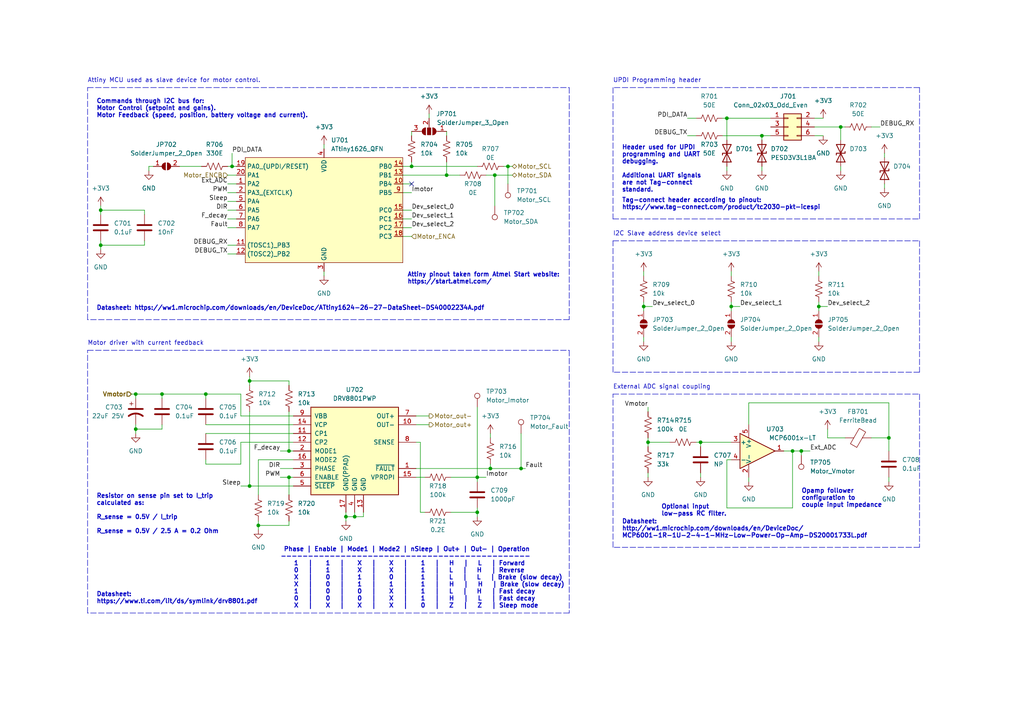
<source format=kicad_sch>
(kicad_sch (version 20211123) (generator eeschema)

  (uuid a925e0f6-4859-4642-9f76-07c855d39a39)

  (paper "A4")

  (title_block
    (title "Thesis Proyect Luis Ernesto Fdez")
    (date "2022-03-17")
    (rev "A")
    (company "Universidad Autónoma de Querétaro")
    (comment 1 "external sensors and LEGO mechanical construction elements as educational equipment.")
    (comment 2 "Design implemets a replacement for the LEGO Mindstorms robot controllers for use with")
    (comment 3 "Distributed Open-source as: CC BY-SA 4.0")
  )

  (lib_symbols
    (symbol "Amplifier_Operational:MCP6001x-LT" (pin_names (offset 0.127)) (in_bom yes) (on_board yes)
      (property "Reference" "U" (id 0) (at -1.27 6.35 0)
        (effects (font (size 1.27 1.27)) (justify left))
      )
      (property "Value" "MCP6001x-LT" (id 1) (at -1.27 3.81 0)
        (effects (font (size 1.27 1.27)) (justify left))
      )
      (property "Footprint" "Package_TO_SOT_SMD:SOT-353_SC-70-5" (id 2) (at -2.54 -5.08 0)
        (effects (font (size 1.27 1.27)) (justify left) hide)
      )
      (property "Datasheet" "http://ww1.microchip.com/downloads/en/DeviceDoc/21733j.pdf" (id 3) (at 0 0 0)
        (effects (font (size 1.27 1.27)) hide)
      )
      (property "ki_keywords" "single opamp" (id 4) (at 0 0 0)
        (effects (font (size 1.27 1.27)) hide)
      )
      (property "ki_description" "1 MHz, Low-Power Op Amp, SC-70-5" (id 5) (at 0 0 0)
        (effects (font (size 1.27 1.27)) hide)
      )
      (property "ki_fp_filters" "*SC?70*" (id 6) (at 0 0 0)
        (effects (font (size 1.27 1.27)) hide)
      )
      (symbol "MCP6001x-LT_0_1"
        (polyline
          (pts
            (xy -5.08 5.08)
            (xy 5.08 0)
            (xy -5.08 -5.08)
            (xy -5.08 5.08)
          )
          (stroke (width 0.254) (type default) (color 0 0 0 0))
          (fill (type background))
        )
        (pin power_in line (at -2.54 -7.62 90) (length 3.81)
          (name "V-" (effects (font (size 1.27 1.27))))
          (number "2" (effects (font (size 1.27 1.27))))
        )
        (pin power_in line (at -2.54 7.62 270) (length 3.81)
          (name "V+" (effects (font (size 1.27 1.27))))
          (number "5" (effects (font (size 1.27 1.27))))
        )
      )
      (symbol "MCP6001x-LT_1_1"
        (pin output line (at 7.62 0 180) (length 2.54)
          (name "~" (effects (font (size 1.27 1.27))))
          (number "1" (effects (font (size 1.27 1.27))))
        )
        (pin input line (at -7.62 2.54 0) (length 2.54)
          (name "+" (effects (font (size 1.27 1.27))))
          (number "3" (effects (font (size 1.27 1.27))))
        )
        (pin input line (at -7.62 -2.54 0) (length 2.54)
          (name "-" (effects (font (size 1.27 1.27))))
          (number "4" (effects (font (size 1.27 1.27))))
        )
      )
    )
    (symbol "Attiny:ATtiny1626_QFN" (in_bom yes) (on_board yes)
      (property "Reference" "U" (id 0) (at -21.59 16.51 0)
        (effects (font (size 1.27 1.27)))
      )
      (property "Value" "ATtiny1626_QFN" (id 1) (at -17.78 -16.51 0)
        (effects (font (size 1.27 1.27)))
      )
      (property "Footprint" "" (id 2) (at -15.24 15.24 0)
        (effects (font (size 1.27 1.27)) hide)
      )
      (property "Datasheet" "" (id 3) (at -15.24 15.24 0)
        (effects (font (size 1.27 1.27)) hide)
      )
      (symbol "ATtiny1626_QFN_0_1"
        (rectangle (start -22.86 15.24) (end 22.86 -15.24)
          (stroke (width 0) (type default) (color 0 0 0 0))
          (fill (type background))
        )
      )
      (symbol "ATtiny1626_QFN_1_1"
        (pin bidirectional line (at -25.4 7.62 0) (length 2.54)
          (name "PA2" (effects (font (size 1.27 1.27))))
          (number "1" (effects (font (size 1.27 1.27))))
        )
        (pin bidirectional line (at 22.86 7.62 180) (length 2.54)
          (name "PB4" (effects (font (size 1.27 1.27))))
          (number "10" (effects (font (size 1.27 1.27))))
        )
        (pin bidirectional line (at -25.4 -10.16 0) (length 2.54)
          (name "(TOSC1)_PB3" (effects (font (size 1.27 1.27))))
          (number "11" (effects (font (size 1.27 1.27))))
        )
        (pin bidirectional line (at -25.4 -12.7 0) (length 2.54)
          (name "(TOSC2)_PB2" (effects (font (size 1.27 1.27))))
          (number "12" (effects (font (size 1.27 1.27))))
        )
        (pin bidirectional line (at 22.86 10.16 180) (length 2.54)
          (name "PB1" (effects (font (size 1.27 1.27))))
          (number "13" (effects (font (size 1.27 1.27))))
        )
        (pin bidirectional line (at 22.86 12.7 180) (length 2.54)
          (name "PB0" (effects (font (size 1.27 1.27))))
          (number "14" (effects (font (size 1.27 1.27))))
        )
        (pin bidirectional line (at 22.86 0 180) (length 2.54)
          (name "PC0" (effects (font (size 1.27 1.27))))
          (number "15" (effects (font (size 1.27 1.27))))
        )
        (pin bidirectional line (at 22.86 -2.54 180) (length 2.54)
          (name "PC1" (effects (font (size 1.27 1.27))))
          (number "16" (effects (font (size 1.27 1.27))))
        )
        (pin bidirectional line (at 22.86 -5.08 180) (length 2.54)
          (name "PC2" (effects (font (size 1.27 1.27))))
          (number "17" (effects (font (size 1.27 1.27))))
        )
        (pin bidirectional line (at 22.86 -7.62 180) (length 2.54)
          (name "PC3" (effects (font (size 1.27 1.27))))
          (number "18" (effects (font (size 1.27 1.27))))
        )
        (pin bidirectional line (at -25.4 12.7 0) (length 2.54)
          (name "PA0_(UPDI/RESET)" (effects (font (size 1.27 1.27))))
          (number "19" (effects (font (size 1.27 1.27))))
        )
        (pin bidirectional line (at -25.4 5.08 0) (length 2.54)
          (name "PA3_(EXTCLK)" (effects (font (size 1.27 1.27))))
          (number "2" (effects (font (size 1.27 1.27))))
        )
        (pin bidirectional line (at -25.4 10.16 0) (length 2.54)
          (name "PA1" (effects (font (size 1.27 1.27))))
          (number "20" (effects (font (size 1.27 1.27))))
        )
        (pin power_in line (at 0 -17.78 90) (length 2.54)
          (name "GND" (effects (font (size 1.27 1.27))))
          (number "3" (effects (font (size 1.27 1.27))))
        )
        (pin power_in line (at 0 17.78 270) (length 2.54)
          (name "VDD" (effects (font (size 1.27 1.27))))
          (number "4" (effects (font (size 1.27 1.27))))
        )
        (pin bidirectional line (at -25.4 2.54 0) (length 2.54)
          (name "PA4" (effects (font (size 1.27 1.27))))
          (number "5" (effects (font (size 1.27 1.27))))
        )
        (pin bidirectional line (at -25.4 0 0) (length 2.54)
          (name "PA5" (effects (font (size 1.27 1.27))))
          (number "6" (effects (font (size 1.27 1.27))))
        )
        (pin bidirectional line (at -25.4 -2.54 0) (length 2.54)
          (name "PA6" (effects (font (size 1.27 1.27))))
          (number "7" (effects (font (size 1.27 1.27))))
        )
        (pin bidirectional line (at -25.4 -5.08 0) (length 2.54)
          (name "PA7" (effects (font (size 1.27 1.27))))
          (number "8" (effects (font (size 1.27 1.27))))
        )
        (pin bidirectional line (at 22.86 5.08 180) (length 2.54)
          (name "PB5" (effects (font (size 1.27 1.27))))
          (number "9" (effects (font (size 1.27 1.27))))
        )
      )
    )
    (symbol "Attiny:ATtiny1627" (in_bom yes) (on_board yes)
      (property "Reference" "U" (id 0) (at -19.05 19.05 0)
        (effects (font (size 1.27 1.27)))
      )
      (property "Value" "ATtiny1627" (id 1) (at 15.24 -19.05 0)
        (effects (font (size 1.27 1.27)))
      )
      (property "Footprint" "" (id 2) (at 2.54 3.81 0)
        (effects (font (size 1.27 1.27)) hide)
      )
      (property "Datasheet" "" (id 3) (at 2.54 3.81 0)
        (effects (font (size 1.27 1.27)) hide)
      )
      (symbol "ATtiny1627_0_1"
        (rectangle (start -22.86 17.78) (end 20.32 -17.78)
          (stroke (width 0) (type default) (color 0 0 0 0))
          (fill (type background))
        )
      )
      (symbol "ATtiny1627_1_1"
        (pin bidirectional line (at -22.86 10.16 0) (length 2.54)
          (name "PA2" (effects (font (size 1.27 1.27))))
          (number "1" (effects (font (size 1.27 1.27))))
        )
        (pin bidirectional line (at 22.86 5.08 180) (length 2.54)
          (name "PB6" (effects (font (size 1.27 1.27))))
          (number "10" (effects (font (size 1.27 1.27))))
        )
        (pin bidirectional line (at 22.86 7.62 180) (length 2.54)
          (name "PB5" (effects (font (size 1.27 1.27))))
          (number "11" (effects (font (size 1.27 1.27))))
        )
        (pin bidirectional line (at 22.86 10.16 180) (length 2.54)
          (name "PB4" (effects (font (size 1.27 1.27))))
          (number "12" (effects (font (size 1.27 1.27))))
        )
        (pin bidirectional line (at -22.86 -12.7 0) (length 2.54)
          (name "(TOSC1)_PB3" (effects (font (size 1.27 1.27))))
          (number "13" (effects (font (size 1.27 1.27))))
        )
        (pin bidirectional line (at -22.86 -15.24 0) (length 2.54)
          (name "(TOSC2)_PB2" (effects (font (size 1.27 1.27))))
          (number "14" (effects (font (size 1.27 1.27))))
        )
        (pin bidirectional line (at 22.86 12.7 180) (length 2.54)
          (name "PB1" (effects (font (size 1.27 1.27))))
          (number "15" (effects (font (size 1.27 1.27))))
        )
        (pin bidirectional line (at 22.86 15.24 180) (length 2.54)
          (name "PB0" (effects (font (size 1.27 1.27))))
          (number "16" (effects (font (size 1.27 1.27))))
        )
        (pin bidirectional line (at 22.86 -2.54 180) (length 2.54)
          (name "PC0" (effects (font (size 1.27 1.27))))
          (number "17" (effects (font (size 1.27 1.27))))
        )
        (pin bidirectional line (at 22.86 -5.08 180) (length 2.54)
          (name "PC1" (effects (font (size 1.27 1.27))))
          (number "18" (effects (font (size 1.27 1.27))))
        )
        (pin bidirectional line (at 22.86 -7.62 180) (length 2.54)
          (name "PC2" (effects (font (size 1.27 1.27))))
          (number "19" (effects (font (size 1.27 1.27))))
        )
        (pin bidirectional line (at -22.86 7.62 0) (length 2.54)
          (name "PA3_(EXTCLK)" (effects (font (size 1.27 1.27))))
          (number "2" (effects (font (size 1.27 1.27))))
        )
        (pin bidirectional line (at 22.86 -10.16 180) (length 2.54)
          (name "PC3" (effects (font (size 1.27 1.27))))
          (number "20" (effects (font (size 1.27 1.27))))
        )
        (pin bidirectional line (at 22.86 -12.7 180) (length 2.54)
          (name "PC4" (effects (font (size 1.27 1.27))))
          (number "21" (effects (font (size 1.27 1.27))))
        )
        (pin bidirectional line (at 22.86 -15.24 180) (length 2.54)
          (name "PC5" (effects (font (size 1.27 1.27))))
          (number "22" (effects (font (size 1.27 1.27))))
        )
        (pin bidirectional line (at -22.86 15.24 0) (length 2.54)
          (name "PA0_(UPDI/RESET)" (effects (font (size 1.27 1.27))))
          (number "23" (effects (font (size 1.27 1.27))))
        )
        (pin bidirectional line (at -22.86 12.7 0) (length 2.54)
          (name "PA1" (effects (font (size 1.27 1.27))))
          (number "24" (effects (font (size 1.27 1.27))))
        )
        (pin power_in line (at 0 -20.32 90) (length 2.54)
          (name "GND" (effects (font (size 1.27 1.27))))
          (number "3" (effects (font (size 1.27 1.27))))
        )
        (pin power_in line (at 0 20.32 270) (length 2.54)
          (name "VDD" (effects (font (size 1.27 1.27))))
          (number "4" (effects (font (size 1.27 1.27))))
        )
        (pin bidirectional line (at -22.86 5.08 0) (length 2.54)
          (name "PA4" (effects (font (size 1.27 1.27))))
          (number "5" (effects (font (size 1.27 1.27))))
        )
        (pin bidirectional line (at -22.86 2.54 0) (length 2.54)
          (name "PA5" (effects (font (size 1.27 1.27))))
          (number "6" (effects (font (size 1.27 1.27))))
        )
        (pin bidirectional line (at -22.86 0 0) (length 2.54)
          (name "PA6" (effects (font (size 1.27 1.27))))
          (number "7" (effects (font (size 1.27 1.27))))
        )
        (pin bidirectional line (at -22.86 -2.54 0) (length 2.54)
          (name "PA7" (effects (font (size 1.27 1.27))))
          (number "8" (effects (font (size 1.27 1.27))))
        )
        (pin bidirectional line (at 22.86 2.54 180) (length 2.54)
          (name "PB7" (effects (font (size 1.27 1.27))))
          (number "9" (effects (font (size 1.27 1.27))))
        )
      )
    )
    (symbol "Connector:TestPoint" (pin_numbers hide) (pin_names (offset 0.762) hide) (in_bom yes) (on_board yes)
      (property "Reference" "TP" (id 0) (at 0 6.858 0)
        (effects (font (size 1.27 1.27)))
      )
      (property "Value" "TestPoint" (id 1) (at 0 5.08 0)
        (effects (font (size 1.27 1.27)))
      )
      (property "Footprint" "" (id 2) (at 5.08 0 0)
        (effects (font (size 1.27 1.27)) hide)
      )
      (property "Datasheet" "~" (id 3) (at 5.08 0 0)
        (effects (font (size 1.27 1.27)) hide)
      )
      (property "ki_keywords" "test point tp" (id 4) (at 0 0 0)
        (effects (font (size 1.27 1.27)) hide)
      )
      (property "ki_description" "test point" (id 5) (at 0 0 0)
        (effects (font (size 1.27 1.27)) hide)
      )
      (property "ki_fp_filters" "Pin* Test*" (id 6) (at 0 0 0)
        (effects (font (size 1.27 1.27)) hide)
      )
      (symbol "TestPoint_0_1"
        (circle (center 0 3.302) (radius 0.762)
          (stroke (width 0) (type default) (color 0 0 0 0))
          (fill (type none))
        )
      )
      (symbol "TestPoint_1_1"
        (pin passive line (at 0 0 90) (length 2.54)
          (name "1" (effects (font (size 1.27 1.27))))
          (number "1" (effects (font (size 1.27 1.27))))
        )
      )
    )
    (symbol "Connector_Generic:Conn_02x03_Odd_Even" (pin_names (offset 1.016) hide) (in_bom yes) (on_board yes)
      (property "Reference" "J" (id 0) (at 1.27 5.08 0)
        (effects (font (size 1.27 1.27)))
      )
      (property "Value" "Conn_02x03_Odd_Even" (id 1) (at 1.27 -5.08 0)
        (effects (font (size 1.27 1.27)))
      )
      (property "Footprint" "" (id 2) (at 0 0 0)
        (effects (font (size 1.27 1.27)) hide)
      )
      (property "Datasheet" "~" (id 3) (at 0 0 0)
        (effects (font (size 1.27 1.27)) hide)
      )
      (property "ki_keywords" "connector" (id 4) (at 0 0 0)
        (effects (font (size 1.27 1.27)) hide)
      )
      (property "ki_description" "Generic connector, double row, 02x03, odd/even pin numbering scheme (row 1 odd numbers, row 2 even numbers), script generated (kicad-library-utils/schlib/autogen/connector/)" (id 5) (at 0 0 0)
        (effects (font (size 1.27 1.27)) hide)
      )
      (property "ki_fp_filters" "Connector*:*_2x??_*" (id 6) (at 0 0 0)
        (effects (font (size 1.27 1.27)) hide)
      )
      (symbol "Conn_02x03_Odd_Even_1_1"
        (rectangle (start -1.27 -2.413) (end 0 -2.667)
          (stroke (width 0.1524) (type default) (color 0 0 0 0))
          (fill (type none))
        )
        (rectangle (start -1.27 0.127) (end 0 -0.127)
          (stroke (width 0.1524) (type default) (color 0 0 0 0))
          (fill (type none))
        )
        (rectangle (start -1.27 2.667) (end 0 2.413)
          (stroke (width 0.1524) (type default) (color 0 0 0 0))
          (fill (type none))
        )
        (rectangle (start -1.27 3.81) (end 3.81 -3.81)
          (stroke (width 0.254) (type default) (color 0 0 0 0))
          (fill (type background))
        )
        (rectangle (start 3.81 -2.413) (end 2.54 -2.667)
          (stroke (width 0.1524) (type default) (color 0 0 0 0))
          (fill (type none))
        )
        (rectangle (start 3.81 0.127) (end 2.54 -0.127)
          (stroke (width 0.1524) (type default) (color 0 0 0 0))
          (fill (type none))
        )
        (rectangle (start 3.81 2.667) (end 2.54 2.413)
          (stroke (width 0.1524) (type default) (color 0 0 0 0))
          (fill (type none))
        )
        (pin passive line (at -5.08 2.54 0) (length 3.81)
          (name "Pin_1" (effects (font (size 1.27 1.27))))
          (number "1" (effects (font (size 1.27 1.27))))
        )
        (pin passive line (at 7.62 2.54 180) (length 3.81)
          (name "Pin_2" (effects (font (size 1.27 1.27))))
          (number "2" (effects (font (size 1.27 1.27))))
        )
        (pin passive line (at -5.08 0 0) (length 3.81)
          (name "Pin_3" (effects (font (size 1.27 1.27))))
          (number "3" (effects (font (size 1.27 1.27))))
        )
        (pin passive line (at 7.62 0 180) (length 3.81)
          (name "Pin_4" (effects (font (size 1.27 1.27))))
          (number "4" (effects (font (size 1.27 1.27))))
        )
        (pin passive line (at -5.08 -2.54 0) (length 3.81)
          (name "Pin_5" (effects (font (size 1.27 1.27))))
          (number "5" (effects (font (size 1.27 1.27))))
        )
        (pin passive line (at 7.62 -2.54 180) (length 3.81)
          (name "Pin_6" (effects (font (size 1.27 1.27))))
          (number "6" (effects (font (size 1.27 1.27))))
        )
      )
    )
    (symbol "Device:C" (pin_numbers hide) (pin_names (offset 0.254)) (in_bom yes) (on_board yes)
      (property "Reference" "C" (id 0) (at 0.635 2.54 0)
        (effects (font (size 1.27 1.27)) (justify left))
      )
      (property "Value" "C" (id 1) (at 0.635 -2.54 0)
        (effects (font (size 1.27 1.27)) (justify left))
      )
      (property "Footprint" "" (id 2) (at 0.9652 -3.81 0)
        (effects (font (size 1.27 1.27)) hide)
      )
      (property "Datasheet" "~" (id 3) (at 0 0 0)
        (effects (font (size 1.27 1.27)) hide)
      )
      (property "ki_keywords" "cap capacitor" (id 4) (at 0 0 0)
        (effects (font (size 1.27 1.27)) hide)
      )
      (property "ki_description" "Unpolarized capacitor" (id 5) (at 0 0 0)
        (effects (font (size 1.27 1.27)) hide)
      )
      (property "ki_fp_filters" "C_*" (id 6) (at 0 0 0)
        (effects (font (size 1.27 1.27)) hide)
      )
      (symbol "C_0_1"
        (polyline
          (pts
            (xy -2.032 -0.762)
            (xy 2.032 -0.762)
          )
          (stroke (width 0.508) (type default) (color 0 0 0 0))
          (fill (type none))
        )
        (polyline
          (pts
            (xy -2.032 0.762)
            (xy 2.032 0.762)
          )
          (stroke (width 0.508) (type default) (color 0 0 0 0))
          (fill (type none))
        )
      )
      (symbol "C_1_1"
        (pin passive line (at 0 3.81 270) (length 2.794)
          (name "~" (effects (font (size 1.27 1.27))))
          (number "1" (effects (font (size 1.27 1.27))))
        )
        (pin passive line (at 0 -3.81 90) (length 2.794)
          (name "~" (effects (font (size 1.27 1.27))))
          (number "2" (effects (font (size 1.27 1.27))))
        )
      )
    )
    (symbol "Device:C_Polarized_US" (pin_numbers hide) (pin_names (offset 0.254) hide) (in_bom yes) (on_board yes)
      (property "Reference" "C" (id 0) (at 0.635 2.54 0)
        (effects (font (size 1.27 1.27)) (justify left))
      )
      (property "Value" "C_Polarized_US" (id 1) (at 0.635 -2.54 0)
        (effects (font (size 1.27 1.27)) (justify left))
      )
      (property "Footprint" "" (id 2) (at 0 0 0)
        (effects (font (size 1.27 1.27)) hide)
      )
      (property "Datasheet" "~" (id 3) (at 0 0 0)
        (effects (font (size 1.27 1.27)) hide)
      )
      (property "ki_keywords" "cap capacitor" (id 4) (at 0 0 0)
        (effects (font (size 1.27 1.27)) hide)
      )
      (property "ki_description" "Polarized capacitor, US symbol" (id 5) (at 0 0 0)
        (effects (font (size 1.27 1.27)) hide)
      )
      (property "ki_fp_filters" "CP_*" (id 6) (at 0 0 0)
        (effects (font (size 1.27 1.27)) hide)
      )
      (symbol "C_Polarized_US_0_1"
        (polyline
          (pts
            (xy -2.032 0.762)
            (xy 2.032 0.762)
          )
          (stroke (width 0.508) (type default) (color 0 0 0 0))
          (fill (type none))
        )
        (polyline
          (pts
            (xy -1.778 2.286)
            (xy -0.762 2.286)
          )
          (stroke (width 0) (type default) (color 0 0 0 0))
          (fill (type none))
        )
        (polyline
          (pts
            (xy -1.27 1.778)
            (xy -1.27 2.794)
          )
          (stroke (width 0) (type default) (color 0 0 0 0))
          (fill (type none))
        )
        (arc (start 2.032 -1.27) (mid 0 -0.5572) (end -2.032 -1.27)
          (stroke (width 0.508) (type default) (color 0 0 0 0))
          (fill (type none))
        )
      )
      (symbol "C_Polarized_US_1_1"
        (pin passive line (at 0 3.81 270) (length 2.794)
          (name "~" (effects (font (size 1.27 1.27))))
          (number "1" (effects (font (size 1.27 1.27))))
        )
        (pin passive line (at 0 -3.81 90) (length 3.302)
          (name "~" (effects (font (size 1.27 1.27))))
          (number "2" (effects (font (size 1.27 1.27))))
        )
      )
    )
    (symbol "Device:D_TVS" (pin_numbers hide) (pin_names (offset 1.016) hide) (in_bom yes) (on_board yes)
      (property "Reference" "D" (id 0) (at 0 2.54 0)
        (effects (font (size 1.27 1.27)))
      )
      (property "Value" "D_TVS" (id 1) (at 0 -2.54 0)
        (effects (font (size 1.27 1.27)))
      )
      (property "Footprint" "" (id 2) (at 0 0 0)
        (effects (font (size 1.27 1.27)) hide)
      )
      (property "Datasheet" "~" (id 3) (at 0 0 0)
        (effects (font (size 1.27 1.27)) hide)
      )
      (property "ki_keywords" "diode TVS thyrector" (id 4) (at 0 0 0)
        (effects (font (size 1.27 1.27)) hide)
      )
      (property "ki_description" "Bidirectional transient-voltage-suppression diode" (id 5) (at 0 0 0)
        (effects (font (size 1.27 1.27)) hide)
      )
      (property "ki_fp_filters" "TO-???* *_Diode_* *SingleDiode* D_*" (id 6) (at 0 0 0)
        (effects (font (size 1.27 1.27)) hide)
      )
      (symbol "D_TVS_0_1"
        (polyline
          (pts
            (xy 1.27 0)
            (xy -1.27 0)
          )
          (stroke (width 0) (type default) (color 0 0 0 0))
          (fill (type none))
        )
        (polyline
          (pts
            (xy 0.508 1.27)
            (xy 0 1.27)
            (xy 0 -1.27)
            (xy -0.508 -1.27)
          )
          (stroke (width 0.254) (type default) (color 0 0 0 0))
          (fill (type none))
        )
        (polyline
          (pts
            (xy -2.54 1.27)
            (xy -2.54 -1.27)
            (xy 2.54 1.27)
            (xy 2.54 -1.27)
            (xy -2.54 1.27)
          )
          (stroke (width 0.254) (type default) (color 0 0 0 0))
          (fill (type none))
        )
      )
      (symbol "D_TVS_1_1"
        (pin passive line (at -3.81 0 0) (length 2.54)
          (name "A1" (effects (font (size 1.27 1.27))))
          (number "1" (effects (font (size 1.27 1.27))))
        )
        (pin passive line (at 3.81 0 180) (length 2.54)
          (name "A2" (effects (font (size 1.27 1.27))))
          (number "2" (effects (font (size 1.27 1.27))))
        )
      )
    )
    (symbol "Device:FerriteBead" (pin_numbers hide) (pin_names (offset 0)) (in_bom yes) (on_board yes)
      (property "Reference" "FB" (id 0) (at -3.81 0.635 90)
        (effects (font (size 1.27 1.27)))
      )
      (property "Value" "FerriteBead" (id 1) (at 3.81 0 90)
        (effects (font (size 1.27 1.27)))
      )
      (property "Footprint" "" (id 2) (at -1.778 0 90)
        (effects (font (size 1.27 1.27)) hide)
      )
      (property "Datasheet" "~" (id 3) (at 0 0 0)
        (effects (font (size 1.27 1.27)) hide)
      )
      (property "ki_keywords" "L ferrite bead inductor filter" (id 4) (at 0 0 0)
        (effects (font (size 1.27 1.27)) hide)
      )
      (property "ki_description" "Ferrite bead" (id 5) (at 0 0 0)
        (effects (font (size 1.27 1.27)) hide)
      )
      (property "ki_fp_filters" "Inductor_* L_* *Ferrite*" (id 6) (at 0 0 0)
        (effects (font (size 1.27 1.27)) hide)
      )
      (symbol "FerriteBead_0_1"
        (polyline
          (pts
            (xy 0 -1.27)
            (xy 0 -1.2192)
          )
          (stroke (width 0) (type default) (color 0 0 0 0))
          (fill (type none))
        )
        (polyline
          (pts
            (xy 0 1.27)
            (xy 0 1.2954)
          )
          (stroke (width 0) (type default) (color 0 0 0 0))
          (fill (type none))
        )
        (polyline
          (pts
            (xy -2.7686 0.4064)
            (xy -1.7018 2.2606)
            (xy 2.7686 -0.3048)
            (xy 1.6764 -2.159)
            (xy -2.7686 0.4064)
          )
          (stroke (width 0) (type default) (color 0 0 0 0))
          (fill (type none))
        )
      )
      (symbol "FerriteBead_1_1"
        (pin passive line (at 0 3.81 270) (length 2.54)
          (name "~" (effects (font (size 1.27 1.27))))
          (number "1" (effects (font (size 1.27 1.27))))
        )
        (pin passive line (at 0 -3.81 90) (length 2.54)
          (name "~" (effects (font (size 1.27 1.27))))
          (number "2" (effects (font (size 1.27 1.27))))
        )
      )
    )
    (symbol "Device:R_US" (pin_numbers hide) (pin_names (offset 0)) (in_bom yes) (on_board yes)
      (property "Reference" "R" (id 0) (at 2.54 0 90)
        (effects (font (size 1.27 1.27)))
      )
      (property "Value" "R_US" (id 1) (at -2.54 0 90)
        (effects (font (size 1.27 1.27)))
      )
      (property "Footprint" "" (id 2) (at 1.016 -0.254 90)
        (effects (font (size 1.27 1.27)) hide)
      )
      (property "Datasheet" "~" (id 3) (at 0 0 0)
        (effects (font (size 1.27 1.27)) hide)
      )
      (property "ki_keywords" "R res resistor" (id 4) (at 0 0 0)
        (effects (font (size 1.27 1.27)) hide)
      )
      (property "ki_description" "Resistor, US symbol" (id 5) (at 0 0 0)
        (effects (font (size 1.27 1.27)) hide)
      )
      (property "ki_fp_filters" "R_*" (id 6) (at 0 0 0)
        (effects (font (size 1.27 1.27)) hide)
      )
      (symbol "R_US_0_1"
        (polyline
          (pts
            (xy 0 -2.286)
            (xy 0 -2.54)
          )
          (stroke (width 0) (type default) (color 0 0 0 0))
          (fill (type none))
        )
        (polyline
          (pts
            (xy 0 2.286)
            (xy 0 2.54)
          )
          (stroke (width 0) (type default) (color 0 0 0 0))
          (fill (type none))
        )
        (polyline
          (pts
            (xy 0 -0.762)
            (xy 1.016 -1.143)
            (xy 0 -1.524)
            (xy -1.016 -1.905)
            (xy 0 -2.286)
          )
          (stroke (width 0) (type default) (color 0 0 0 0))
          (fill (type none))
        )
        (polyline
          (pts
            (xy 0 0.762)
            (xy 1.016 0.381)
            (xy 0 0)
            (xy -1.016 -0.381)
            (xy 0 -0.762)
          )
          (stroke (width 0) (type default) (color 0 0 0 0))
          (fill (type none))
        )
        (polyline
          (pts
            (xy 0 2.286)
            (xy 1.016 1.905)
            (xy 0 1.524)
            (xy -1.016 1.143)
            (xy 0 0.762)
          )
          (stroke (width 0) (type default) (color 0 0 0 0))
          (fill (type none))
        )
      )
      (symbol "R_US_1_1"
        (pin passive line (at 0 3.81 270) (length 1.27)
          (name "~" (effects (font (size 1.27 1.27))))
          (number "1" (effects (font (size 1.27 1.27))))
        )
        (pin passive line (at 0 -3.81 90) (length 1.27)
          (name "~" (effects (font (size 1.27 1.27))))
          (number "2" (effects (font (size 1.27 1.27))))
        )
      )
    )
    (symbol "Driver_Motor:DRV8801PWP" (pin_names (offset 1.016)) (in_bom yes) (on_board yes)
      (property "Reference" "U" (id 0) (at -12.7 16.51 0)
        (effects (font (size 1.27 1.27)) (justify left))
      )
      (property "Value" "DRV8801PWP" (id 1) (at -12.7 13.97 0)
        (effects (font (size 1.27 1.27)) (justify left))
      )
      (property "Footprint" "Package_SO:HTSSOP-16-1EP_4.4x5mm_P0.65mm_EP3.4x5mm_Mask3x3mm_ThermalVias" (id 2) (at 30.48 13.97 0)
        (effects (font (size 1.27 1.27)) hide)
      )
      (property "Datasheet" "http://www.ti.com/lit/ds/symlink/drv8801.pdf" (id 3) (at 1.27 22.86 0)
        (effects (font (size 1.27 1.27)) hide)
      )
      (property "ki_keywords" "H-Bridge Motor Driver" (id 4) (at 0 0 0)
        (effects (font (size 1.27 1.27)) hide)
      )
      (property "ki_description" "H-Bridge Motor Driver, TSSOP-16" (id 5) (at 0 0 0)
        (effects (font (size 1.27 1.27)) hide)
      )
      (property "ki_fp_filters" "*TSSOP*4.4x5mm*P0.65mm*" (id 6) (at 0 0 0)
        (effects (font (size 1.27 1.27)) hide)
      )
      (symbol "DRV8801PWP_0_1"
        (rectangle (start -12.7 12.7) (end 12.7 -12.7)
          (stroke (width 0.254) (type default) (color 0 0 0 0))
          (fill (type background))
        )
      )
      (symbol "DRV8801PWP_1_1"
        (pin open_collector line (at 17.78 -5.08 180) (length 5.08)
          (name "~{FAULT}" (effects (font (size 1.27 1.27))))
          (number "1" (effects (font (size 1.27 1.27))))
        )
        (pin power_out line (at 17.78 7.62 180) (length 5.08)
          (name "OUT-" (effects (font (size 1.27 1.27))))
          (number "10" (effects (font (size 1.27 1.27))))
        )
        (pin power_in line (at -17.78 5.08 0) (length 5.08)
          (name "CP1" (effects (font (size 1.27 1.27))))
          (number "11" (effects (font (size 1.27 1.27))))
        )
        (pin power_in line (at -17.78 2.54 0) (length 5.08)
          (name "CP2" (effects (font (size 1.27 1.27))))
          (number "12" (effects (font (size 1.27 1.27))))
        )
        (pin power_in line (at 2.54 -17.78 90) (length 5.08)
          (name "GND" (effects (font (size 1.27 1.27))))
          (number "13" (effects (font (size 1.27 1.27))))
        )
        (pin power_in line (at -17.78 7.62 0) (length 5.08)
          (name "VCP" (effects (font (size 1.27 1.27))))
          (number "14" (effects (font (size 1.27 1.27))))
        )
        (pin output line (at 17.78 -7.62 180) (length 5.08)
          (name "VPROPI" (effects (font (size 1.27 1.27))))
          (number "15" (effects (font (size 1.27 1.27))))
        )
        (pin input line (at -17.78 -2.54 0) (length 5.08)
          (name "MODE2" (effects (font (size 1.27 1.27))))
          (number "16" (effects (font (size 1.27 1.27))))
        )
        (pin power_in line (at -2.54 -17.78 90) (length 5.08)
          (name "GND(PPAD)" (effects (font (size 1.27 1.27))))
          (number "17" (effects (font (size 1.27 1.27))))
        )
        (pin input line (at -17.78 0 0) (length 5.08)
          (name "MODE1" (effects (font (size 1.27 1.27))))
          (number "2" (effects (font (size 1.27 1.27))))
        )
        (pin input line (at -17.78 -5.08 0) (length 5.08)
          (name "PHASE" (effects (font (size 1.27 1.27))))
          (number "3" (effects (font (size 1.27 1.27))))
        )
        (pin power_in line (at 0 -17.78 90) (length 5.08)
          (name "GND" (effects (font (size 1.27 1.27))))
          (number "4" (effects (font (size 1.27 1.27))))
        )
        (pin input line (at -17.78 -10.16 0) (length 5.08)
          (name "~{SLEEP}" (effects (font (size 1.27 1.27))))
          (number "5" (effects (font (size 1.27 1.27))))
        )
        (pin input line (at -17.78 -7.62 0) (length 5.08)
          (name "ENABLE" (effects (font (size 1.27 1.27))))
          (number "6" (effects (font (size 1.27 1.27))))
        )
        (pin power_out line (at 17.78 10.16 180) (length 5.08)
          (name "OUT+" (effects (font (size 1.27 1.27))))
          (number "7" (effects (font (size 1.27 1.27))))
        )
        (pin power_out line (at 17.78 2.54 180) (length 5.08)
          (name "SENSE" (effects (font (size 1.27 1.27))))
          (number "8" (effects (font (size 1.27 1.27))))
        )
        (pin power_in line (at -17.78 10.16 0) (length 5.08)
          (name "VBB" (effects (font (size 1.27 1.27))))
          (number "9" (effects (font (size 1.27 1.27))))
        )
      )
    )
    (symbol "Jumper:SolderJumper_2_Open" (pin_names (offset 0) hide) (in_bom yes) (on_board yes)
      (property "Reference" "JP" (id 0) (at 0 2.032 0)
        (effects (font (size 1.27 1.27)))
      )
      (property "Value" "SolderJumper_2_Open" (id 1) (at 0 -2.54 0)
        (effects (font (size 1.27 1.27)))
      )
      (property "Footprint" "" (id 2) (at 0 0 0)
        (effects (font (size 1.27 1.27)) hide)
      )
      (property "Datasheet" "~" (id 3) (at 0 0 0)
        (effects (font (size 1.27 1.27)) hide)
      )
      (property "ki_keywords" "solder jumper SPST" (id 4) (at 0 0 0)
        (effects (font (size 1.27 1.27)) hide)
      )
      (property "ki_description" "Solder Jumper, 2-pole, open" (id 5) (at 0 0 0)
        (effects (font (size 1.27 1.27)) hide)
      )
      (property "ki_fp_filters" "SolderJumper*Open*" (id 6) (at 0 0 0)
        (effects (font (size 1.27 1.27)) hide)
      )
      (symbol "SolderJumper_2_Open_0_1"
        (arc (start -0.254 1.016) (mid -1.27 0) (end -0.254 -1.016)
          (stroke (width 0) (type default) (color 0 0 0 0))
          (fill (type none))
        )
        (arc (start -0.254 1.016) (mid -1.27 0) (end -0.254 -1.016)
          (stroke (width 0) (type default) (color 0 0 0 0))
          (fill (type outline))
        )
        (polyline
          (pts
            (xy -0.254 1.016)
            (xy -0.254 -1.016)
          )
          (stroke (width 0) (type default) (color 0 0 0 0))
          (fill (type none))
        )
        (polyline
          (pts
            (xy 0.254 1.016)
            (xy 0.254 -1.016)
          )
          (stroke (width 0) (type default) (color 0 0 0 0))
          (fill (type none))
        )
        (arc (start 0.254 -1.016) (mid 1.27 0) (end 0.254 1.016)
          (stroke (width 0) (type default) (color 0 0 0 0))
          (fill (type none))
        )
        (arc (start 0.254 -1.016) (mid 1.27 0) (end 0.254 1.016)
          (stroke (width 0) (type default) (color 0 0 0 0))
          (fill (type outline))
        )
      )
      (symbol "SolderJumper_2_Open_1_1"
        (pin passive line (at -3.81 0 0) (length 2.54)
          (name "A" (effects (font (size 1.27 1.27))))
          (number "1" (effects (font (size 1.27 1.27))))
        )
        (pin passive line (at 3.81 0 180) (length 2.54)
          (name "B" (effects (font (size 1.27 1.27))))
          (number "2" (effects (font (size 1.27 1.27))))
        )
      )
    )
    (symbol "Jumper:SolderJumper_3_Open" (pin_names (offset 0) hide) (in_bom yes) (on_board yes)
      (property "Reference" "JP" (id 0) (at -2.54 -2.54 0)
        (effects (font (size 1.27 1.27)))
      )
      (property "Value" "SolderJumper_3_Open" (id 1) (at 0 2.794 0)
        (effects (font (size 1.27 1.27)))
      )
      (property "Footprint" "" (id 2) (at 0 0 0)
        (effects (font (size 1.27 1.27)) hide)
      )
      (property "Datasheet" "~" (id 3) (at 0 0 0)
        (effects (font (size 1.27 1.27)) hide)
      )
      (property "ki_keywords" "Solder Jumper SPDT" (id 4) (at 0 0 0)
        (effects (font (size 1.27 1.27)) hide)
      )
      (property "ki_description" "Solder Jumper, 3-pole, open" (id 5) (at 0 0 0)
        (effects (font (size 1.27 1.27)) hide)
      )
      (property "ki_fp_filters" "SolderJumper*Open*" (id 6) (at 0 0 0)
        (effects (font (size 1.27 1.27)) hide)
      )
      (symbol "SolderJumper_3_Open_0_1"
        (arc (start -1.016 1.016) (mid -2.032 0) (end -1.016 -1.016)
          (stroke (width 0) (type default) (color 0 0 0 0))
          (fill (type none))
        )
        (arc (start -1.016 1.016) (mid -2.032 0) (end -1.016 -1.016)
          (stroke (width 0) (type default) (color 0 0 0 0))
          (fill (type outline))
        )
        (rectangle (start -0.508 1.016) (end 0.508 -1.016)
          (stroke (width 0) (type default) (color 0 0 0 0))
          (fill (type outline))
        )
        (polyline
          (pts
            (xy -2.54 0)
            (xy -2.032 0)
          )
          (stroke (width 0) (type default) (color 0 0 0 0))
          (fill (type none))
        )
        (polyline
          (pts
            (xy -1.016 1.016)
            (xy -1.016 -1.016)
          )
          (stroke (width 0) (type default) (color 0 0 0 0))
          (fill (type none))
        )
        (polyline
          (pts
            (xy 0 -1.27)
            (xy 0 -1.016)
          )
          (stroke (width 0) (type default) (color 0 0 0 0))
          (fill (type none))
        )
        (polyline
          (pts
            (xy 1.016 1.016)
            (xy 1.016 -1.016)
          )
          (stroke (width 0) (type default) (color 0 0 0 0))
          (fill (type none))
        )
        (polyline
          (pts
            (xy 2.54 0)
            (xy 2.032 0)
          )
          (stroke (width 0) (type default) (color 0 0 0 0))
          (fill (type none))
        )
        (arc (start 1.016 -1.016) (mid 2.032 0) (end 1.016 1.016)
          (stroke (width 0) (type default) (color 0 0 0 0))
          (fill (type none))
        )
        (arc (start 1.016 -1.016) (mid 2.032 0) (end 1.016 1.016)
          (stroke (width 0) (type default) (color 0 0 0 0))
          (fill (type outline))
        )
      )
      (symbol "SolderJumper_3_Open_1_1"
        (pin passive line (at -5.08 0 0) (length 2.54)
          (name "A" (effects (font (size 1.27 1.27))))
          (number "1" (effects (font (size 1.27 1.27))))
        )
        (pin passive line (at 0 -3.81 90) (length 2.54)
          (name "C" (effects (font (size 1.27 1.27))))
          (number "2" (effects (font (size 1.27 1.27))))
        )
        (pin passive line (at 5.08 0 180) (length 2.54)
          (name "B" (effects (font (size 1.27 1.27))))
          (number "3" (effects (font (size 1.27 1.27))))
        )
      )
    )
    (symbol "power:+3.3V" (power) (pin_names (offset 0)) (in_bom yes) (on_board yes)
      (property "Reference" "#PWR" (id 0) (at 0 -3.81 0)
        (effects (font (size 1.27 1.27)) hide)
      )
      (property "Value" "+3.3V" (id 1) (at 0 3.556 0)
        (effects (font (size 1.27 1.27)))
      )
      (property "Footprint" "" (id 2) (at 0 0 0)
        (effects (font (size 1.27 1.27)) hide)
      )
      (property "Datasheet" "" (id 3) (at 0 0 0)
        (effects (font (size 1.27 1.27)) hide)
      )
      (property "ki_keywords" "power-flag" (id 4) (at 0 0 0)
        (effects (font (size 1.27 1.27)) hide)
      )
      (property "ki_description" "Power symbol creates a global label with name \"+3.3V\"" (id 5) (at 0 0 0)
        (effects (font (size 1.27 1.27)) hide)
      )
      (symbol "+3.3V_0_1"
        (polyline
          (pts
            (xy -0.762 1.27)
            (xy 0 2.54)
          )
          (stroke (width 0) (type default) (color 0 0 0 0))
          (fill (type none))
        )
        (polyline
          (pts
            (xy 0 0)
            (xy 0 2.54)
          )
          (stroke (width 0) (type default) (color 0 0 0 0))
          (fill (type none))
        )
        (polyline
          (pts
            (xy 0 2.54)
            (xy 0.762 1.27)
          )
          (stroke (width 0) (type default) (color 0 0 0 0))
          (fill (type none))
        )
      )
      (symbol "+3.3V_1_1"
        (pin power_in line (at 0 0 90) (length 0) hide
          (name "+3V3" (effects (font (size 1.27 1.27))))
          (number "1" (effects (font (size 1.27 1.27))))
        )
      )
    )
    (symbol "power:GND" (power) (pin_names (offset 0)) (in_bom yes) (on_board yes)
      (property "Reference" "#PWR" (id 0) (at 0 -6.35 0)
        (effects (font (size 1.27 1.27)) hide)
      )
      (property "Value" "GND" (id 1) (at 0 -3.81 0)
        (effects (font (size 1.27 1.27)))
      )
      (property "Footprint" "" (id 2) (at 0 0 0)
        (effects (font (size 1.27 1.27)) hide)
      )
      (property "Datasheet" "" (id 3) (at 0 0 0)
        (effects (font (size 1.27 1.27)) hide)
      )
      (property "ki_keywords" "power-flag" (id 4) (at 0 0 0)
        (effects (font (size 1.27 1.27)) hide)
      )
      (property "ki_description" "Power symbol creates a global label with name \"GND\" , ground" (id 5) (at 0 0 0)
        (effects (font (size 1.27 1.27)) hide)
      )
      (symbol "GND_0_1"
        (polyline
          (pts
            (xy 0 0)
            (xy 0 -1.27)
            (xy 1.27 -1.27)
            (xy 0 -2.54)
            (xy -1.27 -1.27)
            (xy 0 -1.27)
          )
          (stroke (width 0) (type default) (color 0 0 0 0))
          (fill (type none))
        )
      )
      (symbol "GND_1_1"
        (pin power_in line (at 0 0 270) (length 0) hide
          (name "GND" (effects (font (size 1.27 1.27))))
          (number "1" (effects (font (size 1.27 1.27))))
        )
      )
    )
  )

  (junction (at 29.21 71.12) (diameter 0) (color 0 0 0 0)
    (uuid 01bedf8c-ac31-4ec3-ae3c-e7515ec0836c)
  )
  (junction (at 83.82 138.43) (diameter 0) (color 0 0 0 0)
    (uuid 086cc6e5-b9c5-4997-8fd9-af5892a7f2bf)
  )
  (junction (at 220.98 39.37) (diameter 0) (color 0 0 0 0)
    (uuid 233a5146-d79d-4630-862d-0e95b11288ec)
  )
  (junction (at 39.37 124.46) (diameter 0) (color 0 0 0 0)
    (uuid 24015b8f-bd15-449b-a081-f271f85982a9)
  )
  (junction (at 203.2 128.27) (diameter 0) (color 0 0 0 0)
    (uuid 346ea6f0-40ed-4a4f-8ef4-7ea42f7d3fcf)
  )
  (junction (at 119.38 48.26) (diameter 0) (color 0 0 0 0)
    (uuid 3724a4af-94a8-4650-921d-c2d89d99a1f0)
  )
  (junction (at 210.82 34.29) (diameter 0) (color 0 0 0 0)
    (uuid 3a962919-20cc-4c03-a508-056dd788bd19)
  )
  (junction (at 74.93 152.4) (diameter 0) (color 0 0 0 0)
    (uuid 3c8a3bef-04be-4215-9947-1110986e924b)
  )
  (junction (at 102.87 149.86) (diameter 0) (color 0 0 0 0)
    (uuid 47a6009a-2933-4fdf-94bc-ccdb6bd9094c)
  )
  (junction (at 142.24 135.89) (diameter 0) (color 0 0 0 0)
    (uuid 50966ed6-4f8d-4af1-979a-238c579354af)
  )
  (junction (at 229.87 130.81) (diameter 0) (color 0 0 0 0)
    (uuid 5d502f6c-0b2a-44aa-a10b-683e2de1c001)
  )
  (junction (at 243.84 36.83) (diameter 0) (color 0 0 0 0)
    (uuid 5f976c2a-86e5-45ae-8b83-5bbe0a8843e8)
  )
  (junction (at 138.43 148.59) (diameter 0) (color 0 0 0 0)
    (uuid 654b12ff-ff05-46d9-a5d3-ed2062810990)
  )
  (junction (at 39.37 114.3) (diameter 0) (color 0 0 0 0)
    (uuid 67467e7f-3588-4618-beb6-665ec352272a)
  )
  (junction (at 237.49 88.9) (diameter 0) (color 0 0 0 0)
    (uuid 74dded3a-5ba0-4e8a-94b0-62efddf3738a)
  )
  (junction (at 46.99 114.3) (diameter 0) (color 0 0 0 0)
    (uuid 87b94a7d-2607-41d0-876c-4058afcad24d)
  )
  (junction (at 212.09 88.9) (diameter 0) (color 0 0 0 0)
    (uuid a89ba2c2-10c3-448c-82e8-c4a7a8eb5e41)
  )
  (junction (at 72.39 140.97) (diameter 0) (color 0 0 0 0)
    (uuid ba925194-2a39-43ed-ab68-534eb7e63c2e)
  )
  (junction (at 232.41 130.81) (diameter 0) (color 0 0 0 0)
    (uuid c2876573-f55d-4c4d-8489-d5471ee5a0db)
  )
  (junction (at 83.82 130.81) (diameter 0) (color 0 0 0 0)
    (uuid c8fb2f11-dae8-4c6e-a4b2-9e6170810761)
  )
  (junction (at 59.69 114.3) (diameter 0) (color 0 0 0 0)
    (uuid c9b85535-0f98-4c40-be50-acc882bb4bd7)
  )
  (junction (at 187.96 128.27) (diameter 0) (color 0 0 0 0)
    (uuid ced7df92-b0c2-49a7-bf59-e92f37471e44)
  )
  (junction (at 72.39 110.49) (diameter 0) (color 0 0 0 0)
    (uuid d144917b-b112-4219-9af5-83881c76cea4)
  )
  (junction (at 143.51 50.8) (diameter 0) (color 0 0 0 0)
    (uuid d4da73c2-319b-4cba-8273-6529903e3838)
  )
  (junction (at 129.54 50.8) (diameter 0) (color 0 0 0 0)
    (uuid d5cc3aec-75f6-4a12-a8eb-8eb80afcfb62)
  )
  (junction (at 67.31 48.26) (diameter 0) (color 0 0 0 0)
    (uuid de0a6616-0bfd-4807-89f4-53fe39129ea4)
  )
  (junction (at 186.69 88.9) (diameter 0) (color 0 0 0 0)
    (uuid e2368cb4-0b86-492b-9666-85225ece21e3)
  )
  (junction (at 138.43 138.43) (diameter 0) (color 0 0 0 0)
    (uuid e785de30-1d82-491e-81ad-966622f45bc7)
  )
  (junction (at 147.32 48.26) (diameter 0) (color 0 0 0 0)
    (uuid e97aa15f-2759-4160-90c4-bc932ec32479)
  )
  (junction (at 151.13 135.89) (diameter 0) (color 0 0 0 0)
    (uuid f42f2aea-2724-4d4d-ba6f-58e7b3a2523d)
  )
  (junction (at 100.33 149.86) (diameter 0) (color 0 0 0 0)
    (uuid f8701e85-f1bf-40cc-8835-da7ebe42dd29)
  )
  (junction (at 29.21 60.96) (diameter 0) (color 0 0 0 0)
    (uuid f8be7bcc-dda9-40be-af0f-13415d44364d)
  )
  (junction (at 257.81 127) (diameter 0) (color 0 0 0 0)
    (uuid fc3230d9-7c47-401e-afdd-e7652078f921)
  )

  (no_connect (at 119.38 53.34) (uuid 0373bf05-ca1f-4175-be61-beea435ba226))

  (wire (pts (xy 236.22 36.83) (xy 243.84 36.83))
    (stroke (width 0) (type default) (color 0 0 0 0))
    (uuid 01fa393e-1dc8-4451-a726-9e7f5942c2be)
  )
  (wire (pts (xy 119.38 46.99) (xy 119.38 48.26))
    (stroke (width 0) (type default) (color 0 0 0 0))
    (uuid 02bd40d0-ce73-4dae-926f-e88e2de5b919)
  )
  (wire (pts (xy 116.84 53.34) (xy 119.38 53.34))
    (stroke (width 0) (type default) (color 0 0 0 0))
    (uuid 036c34fe-e9ee-4e97-9885-6e6f12676b06)
  )
  (wire (pts (xy 43.18 48.26) (xy 43.18 49.53))
    (stroke (width 0) (type default) (color 0 0 0 0))
    (uuid 04eb4c55-5403-49a0-885a-b770d15270c7)
  )
  (wire (pts (xy 243.84 36.83) (xy 243.84 40.64))
    (stroke (width 0) (type default) (color 0 0 0 0))
    (uuid 06e5ceca-57b5-445c-a6ad-0c06d6311053)
  )
  (wire (pts (xy 116.84 48.26) (xy 119.38 48.26))
    (stroke (width 0) (type default) (color 0 0 0 0))
    (uuid 086a6c7c-70a9-478c-9e19-215b5570e700)
  )
  (wire (pts (xy 187.96 118.11) (xy 187.96 119.38))
    (stroke (width 0) (type default) (color 0 0 0 0))
    (uuid 098c99f3-ccf4-4e5e-9b51-1b3e76e29c85)
  )
  (wire (pts (xy 143.51 50.8) (xy 143.51 59.69))
    (stroke (width 0) (type default) (color 0 0 0 0))
    (uuid 0b0b919d-2f46-4695-9341-1611d61e26cc)
  )
  (polyline (pts (xy 266.7 69.85) (xy 266.7 107.95))
    (stroke (width 0) (type default) (color 0 0 0 0))
    (uuid 0b0e699d-6c80-4753-902b-93afd31131cb)
  )
  (polyline (pts (xy 165.1 101.6) (xy 165.1 177.8))
    (stroke (width 0) (type default) (color 0 0 0 0))
    (uuid 0b86133a-64d6-4ce1-9f02-554107cb3126)
  )

  (wire (pts (xy 229.87 130.81) (xy 232.41 130.81))
    (stroke (width 0) (type default) (color 0 0 0 0))
    (uuid 0bf26727-5e6a-4d99-b0e6-7befdfa7e9fd)
  )
  (wire (pts (xy 46.99 124.46) (xy 46.99 123.19))
    (stroke (width 0) (type default) (color 0 0 0 0))
    (uuid 0d248cb3-e588-4deb-891c-d8c56c84d61b)
  )
  (polyline (pts (xy 165.1 92.71) (xy 25.4 92.71))
    (stroke (width 0) (type default) (color 0 0 0 0))
    (uuid 0fec68c3-c3b2-4443-9d02-7fb870cc3ae7)
  )

  (wire (pts (xy 186.69 97.79) (xy 186.69 99.06))
    (stroke (width 0) (type default) (color 0 0 0 0))
    (uuid 119c0784-d126-49dc-b11a-bfacdf5efddd)
  )
  (wire (pts (xy 143.51 50.8) (xy 148.59 50.8))
    (stroke (width 0) (type default) (color 0 0 0 0))
    (uuid 1207216c-34a6-468f-ba10-7d352a6a2e3d)
  )
  (wire (pts (xy 41.91 71.12) (xy 29.21 71.12))
    (stroke (width 0) (type default) (color 0 0 0 0))
    (uuid 12a5dc17-7c51-4577-95eb-62295b300c06)
  )
  (wire (pts (xy 140.97 50.8) (xy 143.51 50.8))
    (stroke (width 0) (type default) (color 0 0 0 0))
    (uuid 12d3bdc7-8cb7-47ca-a35e-85a4425f9b0b)
  )
  (wire (pts (xy 240.03 124.46) (xy 240.03 127))
    (stroke (width 0) (type default) (color 0 0 0 0))
    (uuid 1497d80a-2d8a-4ccb-b81f-d8acc4a150cb)
  )
  (wire (pts (xy 120.65 135.89) (xy 142.24 135.89))
    (stroke (width 0) (type default) (color 0 0 0 0))
    (uuid 15f0634b-e6fd-45e7-9066-d8b1d08dcc69)
  )
  (wire (pts (xy 151.13 125.73) (xy 151.13 135.89))
    (stroke (width 0) (type default) (color 0 0 0 0))
    (uuid 17b3b82d-6f51-4282-9cc4-c6b84a6921aa)
  )
  (wire (pts (xy 66.04 48.26) (xy 67.31 48.26))
    (stroke (width 0) (type default) (color 0 0 0 0))
    (uuid 18f6733b-ef26-4e9d-af1a-a6ef49fc0d87)
  )
  (wire (pts (xy 187.96 128.27) (xy 194.31 128.27))
    (stroke (width 0) (type default) (color 0 0 0 0))
    (uuid 19beea43-4f02-44fe-9103-92948af358a7)
  )
  (wire (pts (xy 212.09 97.79) (xy 212.09 99.06))
    (stroke (width 0) (type default) (color 0 0 0 0))
    (uuid 19bf2576-1a55-48bc-8f18-87e33e70825b)
  )
  (wire (pts (xy 72.39 109.22) (xy 72.39 110.49))
    (stroke (width 0) (type default) (color 0 0 0 0))
    (uuid 1bbfe53b-75c1-4669-afea-6fb32c441e77)
  )
  (wire (pts (xy 129.54 38.1) (xy 129.54 39.37))
    (stroke (width 0) (type default) (color 0 0 0 0))
    (uuid 1d94805c-9463-4be9-a1f9-57d78fd422e8)
  )
  (wire (pts (xy 39.37 114.3) (xy 46.99 114.3))
    (stroke (width 0) (type default) (color 0 0 0 0))
    (uuid 1db1ca49-918b-4aeb-a1f9-d72efe20dac6)
  )
  (wire (pts (xy 83.82 138.43) (xy 85.09 138.43))
    (stroke (width 0) (type default) (color 0 0 0 0))
    (uuid 20ea23c1-33ed-4404-8f75-13ac44e24443)
  )
  (wire (pts (xy 199.39 34.29) (xy 201.93 34.29))
    (stroke (width 0) (type default) (color 0 0 0 0))
    (uuid 21e5de3c-017f-4999-abaf-f02b1ff77770)
  )
  (wire (pts (xy 229.87 147.32) (xy 229.87 130.81))
    (stroke (width 0) (type default) (color 0 0 0 0))
    (uuid 21ef127b-964b-4e7b-b79c-67ea703c6206)
  )
  (polyline (pts (xy 266.7 107.95) (xy 177.8 107.95))
    (stroke (width 0) (type default) (color 0 0 0 0))
    (uuid 2206602e-cf93-4a4d-a0cb-1c9f2170b971)
  )

  (wire (pts (xy 72.39 110.49) (xy 72.39 111.76))
    (stroke (width 0) (type default) (color 0 0 0 0))
    (uuid 257b5b19-d197-4065-966c-97d8d8126243)
  )
  (wire (pts (xy 210.82 34.29) (xy 210.82 40.64))
    (stroke (width 0) (type default) (color 0 0 0 0))
    (uuid 2916b789-8125-4954-99a4-98e1211e0316)
  )
  (wire (pts (xy 220.98 48.26) (xy 220.98 49.53))
    (stroke (width 0) (type default) (color 0 0 0 0))
    (uuid 29436383-712e-4de3-b061-272db30c9be2)
  )
  (wire (pts (xy 120.65 123.19) (xy 124.46 123.19))
    (stroke (width 0) (type default) (color 0 0 0 0))
    (uuid 2b973b7f-c3cd-4f99-bc16-688bcf1c8fa0)
  )
  (wire (pts (xy 124.46 33.02) (xy 124.46 34.29))
    (stroke (width 0) (type default) (color 0 0 0 0))
    (uuid 2bac0b1a-384f-495c-a83d-9cf8222bdd5b)
  )
  (wire (pts (xy 129.54 50.8) (xy 133.35 50.8))
    (stroke (width 0) (type default) (color 0 0 0 0))
    (uuid 2bd32c6a-b77d-46fa-a347-900087c2bf75)
  )
  (wire (pts (xy 187.96 137.16) (xy 187.96 138.43))
    (stroke (width 0) (type default) (color 0 0 0 0))
    (uuid 2ff733ce-e844-4dd0-b180-887e1143dbc3)
  )
  (wire (pts (xy 105.41 148.59) (xy 105.41 149.86))
    (stroke (width 0) (type default) (color 0 0 0 0))
    (uuid 31413630-51e2-4d4e-8bfd-e4ce2d84e73f)
  )
  (polyline (pts (xy 25.4 92.71) (xy 25.4 25.4))
    (stroke (width 0) (type default) (color 0 0 0 0))
    (uuid 33dd2c8b-fe99-4f2d-a1d7-59115c669e46)
  )

  (wire (pts (xy 123.19 148.59) (xy 121.92 148.59))
    (stroke (width 0) (type default) (color 0 0 0 0))
    (uuid 33ebbcdd-f078-4d25-83e8-fb188072dc41)
  )
  (wire (pts (xy 256.54 44.45) (xy 256.54 45.72))
    (stroke (width 0) (type default) (color 0 0 0 0))
    (uuid 343b685e-c563-4da6-9489-b9d2356881bf)
  )
  (wire (pts (xy 41.91 62.23) (xy 41.91 60.96))
    (stroke (width 0) (type default) (color 0 0 0 0))
    (uuid 351dd345-e86f-46dd-a360-a49aeb65aa24)
  )
  (wire (pts (xy 116.84 55.88) (xy 119.38 55.88))
    (stroke (width 0) (type default) (color 0 0 0 0))
    (uuid 3a85099d-56db-43f3-bcd2-1b29921edc3f)
  )
  (wire (pts (xy 210.82 34.29) (xy 223.52 34.29))
    (stroke (width 0) (type default) (color 0 0 0 0))
    (uuid 3bd65155-be2f-4641-8dd4-b6e4483016c9)
  )
  (wire (pts (xy 119.38 48.26) (xy 138.43 48.26))
    (stroke (width 0) (type default) (color 0 0 0 0))
    (uuid 3c1d3777-2f1f-4700-94c6-33c186f750f2)
  )
  (polyline (pts (xy 177.8 107.95) (xy 177.8 69.85))
    (stroke (width 0) (type default) (color 0 0 0 0))
    (uuid 3cd8cc62-2f92-4b1d-a2c0-301c91b0a717)
  )

  (wire (pts (xy 236.22 34.29) (xy 238.76 34.29))
    (stroke (width 0) (type default) (color 0 0 0 0))
    (uuid 41c393ae-60d8-49cc-919f-29eca1c3c050)
  )
  (wire (pts (xy 240.03 127) (xy 245.11 127))
    (stroke (width 0) (type default) (color 0 0 0 0))
    (uuid 426f470a-6468-48ca-a4be-cc81ced0c97b)
  )
  (wire (pts (xy 138.43 148.59) (xy 138.43 149.86))
    (stroke (width 0) (type default) (color 0 0 0 0))
    (uuid 42907fda-f569-4329-9f2b-7c77c37d5bc2)
  )
  (wire (pts (xy 199.39 39.37) (xy 201.93 39.37))
    (stroke (width 0) (type default) (color 0 0 0 0))
    (uuid 43d51ea5-7327-4308-8392-2e2184012695)
  )
  (wire (pts (xy 186.69 87.63) (xy 186.69 88.9))
    (stroke (width 0) (type default) (color 0 0 0 0))
    (uuid 454ed31b-84e9-449b-8318-b0551fa33d37)
  )
  (wire (pts (xy 116.84 68.58) (xy 119.38 68.58))
    (stroke (width 0) (type default) (color 0 0 0 0))
    (uuid 46ea7ea1-6bc4-4210-a4ef-aa63a8d8d688)
  )
  (wire (pts (xy 232.41 130.81) (xy 232.41 132.08))
    (stroke (width 0) (type default) (color 0 0 0 0))
    (uuid 46f8be57-d45e-461b-8621-e62a2a282a65)
  )
  (wire (pts (xy 85.09 128.27) (xy 69.85 128.27))
    (stroke (width 0) (type default) (color 0 0 0 0))
    (uuid 4944a005-87d3-4241-8fce-a1ab51d14883)
  )
  (wire (pts (xy 223.52 39.37) (xy 220.98 39.37))
    (stroke (width 0) (type default) (color 0 0 0 0))
    (uuid 4b2a74cf-e36c-4c7b-a6de-7a79cb70ffdd)
  )
  (wire (pts (xy 66.04 60.96) (xy 68.58 60.96))
    (stroke (width 0) (type default) (color 0 0 0 0))
    (uuid 4e4e7e07-25b8-4dd3-a408-4ed7a78d3dd0)
  )
  (wire (pts (xy 66.04 66.04) (xy 68.58 66.04))
    (stroke (width 0) (type default) (color 0 0 0 0))
    (uuid 4f046946-59f2-44bf-85fc-09216d347c5a)
  )
  (wire (pts (xy 102.87 149.86) (xy 105.41 149.86))
    (stroke (width 0) (type default) (color 0 0 0 0))
    (uuid 4f23acbc-bb12-4101-841e-d74828ec7209)
  )
  (polyline (pts (xy 266.7 114.3) (xy 266.7 158.75))
    (stroke (width 0) (type default) (color 0 0 0 0))
    (uuid 50cbc8ec-364a-44bc-8174-29e3991c2d37)
  )

  (wire (pts (xy 138.43 118.11) (xy 138.43 138.43))
    (stroke (width 0) (type default) (color 0 0 0 0))
    (uuid 511021c3-2da2-40e8-ac2f-958bee80ac34)
  )
  (wire (pts (xy 83.82 130.81) (xy 85.09 130.81))
    (stroke (width 0) (type default) (color 0 0 0 0))
    (uuid 51f7edb9-a9ba-40a7-8a78-0acd786a8c5a)
  )
  (wire (pts (xy 203.2 128.27) (xy 212.09 128.27))
    (stroke (width 0) (type default) (color 0 0 0 0))
    (uuid 522d194a-774e-4e55-928e-595c500c9593)
  )
  (wire (pts (xy 243.84 36.83) (xy 245.11 36.83))
    (stroke (width 0) (type default) (color 0 0 0 0))
    (uuid 52d6cb10-864d-4b08-8583-9b11372a588c)
  )
  (wire (pts (xy 229.87 130.81) (xy 227.33 130.81))
    (stroke (width 0) (type default) (color 0 0 0 0))
    (uuid 53d1e313-be45-487b-bfa9-22ec8e561314)
  )
  (wire (pts (xy 257.81 138.43) (xy 257.81 139.7))
    (stroke (width 0) (type default) (color 0 0 0 0))
    (uuid 54bca274-7a23-4e88-b7d6-5fcbeae632b9)
  )
  (wire (pts (xy 138.43 148.59) (xy 138.43 147.32))
    (stroke (width 0) (type default) (color 0 0 0 0))
    (uuid 558b875a-3bb4-46a4-b88e-c5d9f9c9e763)
  )
  (wire (pts (xy 83.82 111.76) (xy 83.82 110.49))
    (stroke (width 0) (type default) (color 0 0 0 0))
    (uuid 56da3f6b-1026-45e5-9ca4-8ebc8f4cadc0)
  )
  (wire (pts (xy 59.69 123.19) (xy 85.09 123.19))
    (stroke (width 0) (type default) (color 0 0 0 0))
    (uuid 589ad855-e4a4-4709-b25d-89ca54e3bb29)
  )
  (wire (pts (xy 212.09 133.35) (xy 210.82 133.35))
    (stroke (width 0) (type default) (color 0 0 0 0))
    (uuid 58e544d7-cae7-4034-8402-4e01fac57f76)
  )
  (wire (pts (xy 102.87 148.59) (xy 102.87 149.86))
    (stroke (width 0) (type default) (color 0 0 0 0))
    (uuid 598bd791-2268-4024-beee-a1f643e2c830)
  )
  (polyline (pts (xy 25.4 177.8) (xy 25.4 101.6))
    (stroke (width 0) (type default) (color 0 0 0 0))
    (uuid 5a786e25-8889-4d06-b4a4-a861659caa54)
  )

  (wire (pts (xy 66.04 55.88) (xy 68.58 55.88))
    (stroke (width 0) (type default) (color 0 0 0 0))
    (uuid 5b31471c-71ef-46d1-962f-3a49d584cc2e)
  )
  (wire (pts (xy 39.37 124.46) (xy 39.37 125.73))
    (stroke (width 0) (type default) (color 0 0 0 0))
    (uuid 5b7bdb8d-81c4-4be4-a6a6-8bcdcd1ec85f)
  )
  (polyline (pts (xy 266.7 158.75) (xy 177.8 158.75))
    (stroke (width 0) (type default) (color 0 0 0 0))
    (uuid 5c317ad2-a0bd-46eb-a366-64df678230a8)
  )

  (wire (pts (xy 236.22 39.37) (xy 238.76 39.37))
    (stroke (width 0) (type default) (color 0 0 0 0))
    (uuid 609839ca-7a6b-4eab-a3fd-17b505961680)
  )
  (wire (pts (xy 237.49 97.79) (xy 237.49 99.06))
    (stroke (width 0) (type default) (color 0 0 0 0))
    (uuid 61a0ef23-7017-4ea9-a689-c8e091cbf97e)
  )
  (wire (pts (xy 212.09 78.74) (xy 212.09 80.01))
    (stroke (width 0) (type default) (color 0 0 0 0))
    (uuid 627e264b-66bc-4a52-90e3-34a960f8cb72)
  )
  (wire (pts (xy 100.33 149.86) (xy 100.33 151.13))
    (stroke (width 0) (type default) (color 0 0 0 0))
    (uuid 65938e67-29bb-47c2-b796-855ab8dfdc16)
  )
  (wire (pts (xy 83.82 138.43) (xy 83.82 143.51))
    (stroke (width 0) (type default) (color 0 0 0 0))
    (uuid 6788fd7b-00ff-4382-adca-c8ad427b45a2)
  )
  (polyline (pts (xy 266.7 63.5) (xy 266.7 25.4))
    (stroke (width 0) (type default) (color 0 0 0 0))
    (uuid 67954912-66a9-40dd-bc64-b31970780fc0)
  )

  (wire (pts (xy 120.65 138.43) (xy 123.19 138.43))
    (stroke (width 0) (type default) (color 0 0 0 0))
    (uuid 6827b474-6ed5-422b-8616-f4b67e07f625)
  )
  (wire (pts (xy 201.93 128.27) (xy 203.2 128.27))
    (stroke (width 0) (type default) (color 0 0 0 0))
    (uuid 68d3fad5-0138-4485-a1ee-7e294e940c21)
  )
  (wire (pts (xy 69.85 128.27) (xy 69.85 134.62))
    (stroke (width 0) (type default) (color 0 0 0 0))
    (uuid 6c7685ef-c169-49c0-8a30-2a00815d0e07)
  )
  (wire (pts (xy 186.69 78.74) (xy 186.69 80.01))
    (stroke (width 0) (type default) (color 0 0 0 0))
    (uuid 6c9fa3b1-634d-4711-9f7a-efa380d07505)
  )
  (wire (pts (xy 69.85 140.97) (xy 72.39 140.97))
    (stroke (width 0) (type default) (color 0 0 0 0))
    (uuid 6d5a72ba-672a-450c-961b-2346b27a8d2e)
  )
  (polyline (pts (xy 266.7 25.4) (xy 177.8 25.4))
    (stroke (width 0) (type default) (color 0 0 0 0))
    (uuid 6e1d92a2-5dde-4a69-8936-0344a9f621d4)
  )

  (wire (pts (xy 29.21 59.69) (xy 29.21 60.96))
    (stroke (width 0) (type default) (color 0 0 0 0))
    (uuid 6e55a345-076c-494d-918b-adbf01065871)
  )
  (wire (pts (xy 93.98 41.91) (xy 93.98 43.18))
    (stroke (width 0) (type default) (color 0 0 0 0))
    (uuid 6e6a6765-9ef0-4d39-a753-c53fc6ee9405)
  )
  (wire (pts (xy 81.28 135.89) (xy 85.09 135.89))
    (stroke (width 0) (type default) (color 0 0 0 0))
    (uuid 70e72a1d-c91e-4ff9-9ab6-79b574ec2039)
  )
  (wire (pts (xy 69.85 120.65) (xy 85.09 120.65))
    (stroke (width 0) (type default) (color 0 0 0 0))
    (uuid 70f92bff-96e5-4c7f-8b8b-9c30ce13cdb4)
  )
  (wire (pts (xy 243.84 48.26) (xy 243.84 49.53))
    (stroke (width 0) (type default) (color 0 0 0 0))
    (uuid 710085e4-a78d-4099-a9b5-b24a9c463ef7)
  )
  (wire (pts (xy 138.43 139.7) (xy 138.43 138.43))
    (stroke (width 0) (type default) (color 0 0 0 0))
    (uuid 71281b52-a1da-44bf-9fc3-03ca18badc66)
  )
  (wire (pts (xy 210.82 48.26) (xy 210.82 49.53))
    (stroke (width 0) (type default) (color 0 0 0 0))
    (uuid 7248cd6f-9722-4610-96c6-88e8464cf636)
  )
  (wire (pts (xy 93.98 78.74) (xy 93.98 80.01))
    (stroke (width 0) (type default) (color 0 0 0 0))
    (uuid 74be3746-e12c-4c9d-af43-b365ace4d095)
  )
  (wire (pts (xy 212.09 88.9) (xy 212.09 90.17))
    (stroke (width 0) (type default) (color 0 0 0 0))
    (uuid 7708d74c-54e7-4341-a86b-6352929d3b25)
  )
  (wire (pts (xy 46.99 114.3) (xy 59.69 114.3))
    (stroke (width 0) (type default) (color 0 0 0 0))
    (uuid 7886b2ef-179a-4786-9125-be1d4385f2a6)
  )
  (wire (pts (xy 83.82 119.38) (xy 83.82 130.81))
    (stroke (width 0) (type default) (color 0 0 0 0))
    (uuid 7896addb-ade4-474b-b1d6-6f55d20c4c35)
  )
  (polyline (pts (xy 177.8 114.3) (xy 266.7 114.3))
    (stroke (width 0) (type default) (color 0 0 0 0))
    (uuid 7a974978-5090-41ab-ae51-4ca613e80979)
  )

  (wire (pts (xy 59.69 114.3) (xy 59.69 115.57))
    (stroke (width 0) (type default) (color 0 0 0 0))
    (uuid 7b72be6c-99db-4595-a7dc-4a7774d727c4)
  )
  (wire (pts (xy 220.98 39.37) (xy 220.98 40.64))
    (stroke (width 0) (type default) (color 0 0 0 0))
    (uuid 7ee3bce4-68da-4ab4-a113-bdd06c4b508c)
  )
  (wire (pts (xy 116.84 66.04) (xy 119.38 66.04))
    (stroke (width 0) (type default) (color 0 0 0 0))
    (uuid 80b9d00b-ba6d-48b6-9ce1-35d8851e922f)
  )
  (wire (pts (xy 46.99 114.3) (xy 46.99 115.57))
    (stroke (width 0) (type default) (color 0 0 0 0))
    (uuid 8153848e-f586-43de-985e-940dfc8ada50)
  )
  (wire (pts (xy 39.37 114.3) (xy 38.1 114.3))
    (stroke (width 0) (type default) (color 0 0 0 0))
    (uuid 82b89d2f-5e54-44b4-863a-d21e45dc8cf8)
  )
  (wire (pts (xy 69.85 114.3) (xy 59.69 114.3))
    (stroke (width 0) (type default) (color 0 0 0 0))
    (uuid 83326bb1-13be-4a65-b026-3d655b4d506f)
  )
  (wire (pts (xy 69.85 120.65) (xy 69.85 114.3))
    (stroke (width 0) (type default) (color 0 0 0 0))
    (uuid 87491f51-c59c-4a62-bdb6-45dd25380b40)
  )
  (wire (pts (xy 59.69 133.35) (xy 59.69 134.62))
    (stroke (width 0) (type default) (color 0 0 0 0))
    (uuid 887e7325-1cfd-4780-a4d4-03a4ef0bf94a)
  )
  (wire (pts (xy 121.92 128.27) (xy 120.65 128.27))
    (stroke (width 0) (type default) (color 0 0 0 0))
    (uuid 8948a9cb-1fa4-48c7-af2c-3bf625c1ebbe)
  )
  (polyline (pts (xy 177.8 69.85) (xy 266.7 69.85))
    (stroke (width 0) (type default) (color 0 0 0 0))
    (uuid 8c27dcbb-434a-472b-9386-f38814eb376b)
  )

  (wire (pts (xy 74.93 133.35) (xy 85.09 133.35))
    (stroke (width 0) (type default) (color 0 0 0 0))
    (uuid 8db51cd2-ccab-4550-ae66-40942e234674)
  )
  (wire (pts (xy 210.82 147.32) (xy 229.87 147.32))
    (stroke (width 0) (type default) (color 0 0 0 0))
    (uuid 907a0da1-c2ba-4767-9a9c-17df25d2c30f)
  )
  (polyline (pts (xy 177.8 63.5) (xy 266.7 63.5))
    (stroke (width 0) (type default) (color 0 0 0 0))
    (uuid 938fef9b-efe9-4c86-b7e5-a0fdaf943061)
  )

  (wire (pts (xy 186.69 88.9) (xy 186.69 90.17))
    (stroke (width 0) (type default) (color 0 0 0 0))
    (uuid 9571bc9b-b46e-4b91-b8eb-cae80817d6a8)
  )
  (wire (pts (xy 257.81 127) (xy 257.81 130.81))
    (stroke (width 0) (type default) (color 0 0 0 0))
    (uuid 95d6e464-5cfc-46b1-84a5-dbbf1eb9e320)
  )
  (wire (pts (xy 217.17 138.43) (xy 217.17 139.7))
    (stroke (width 0) (type default) (color 0 0 0 0))
    (uuid 961eac32-e912-4903-ba87-dca672ee8a49)
  )
  (wire (pts (xy 237.49 87.63) (xy 237.49 88.9))
    (stroke (width 0) (type default) (color 0 0 0 0))
    (uuid 99114350-dfe3-4996-9798-526a19522715)
  )
  (wire (pts (xy 203.2 137.16) (xy 203.2 138.43))
    (stroke (width 0) (type default) (color 0 0 0 0))
    (uuid 99345473-8cbd-4e21-8599-218870f5bb8e)
  )
  (wire (pts (xy 147.32 48.26) (xy 148.59 48.26))
    (stroke (width 0) (type default) (color 0 0 0 0))
    (uuid 994a2869-8d1d-41bd-be94-e0a73c968d88)
  )
  (wire (pts (xy 74.93 152.4) (xy 74.93 153.67))
    (stroke (width 0) (type default) (color 0 0 0 0))
    (uuid 9a9ba801-76a2-4416-964d-a146da91d987)
  )
  (wire (pts (xy 257.81 116.84) (xy 257.81 127))
    (stroke (width 0) (type default) (color 0 0 0 0))
    (uuid 9fa191ee-6b51-40c9-89c5-8006043c6cae)
  )
  (wire (pts (xy 256.54 53.34) (xy 256.54 54.61))
    (stroke (width 0) (type default) (color 0 0 0 0))
    (uuid a3055514-ea9f-4e03-97a1-903a8ebdd291)
  )
  (wire (pts (xy 83.82 151.13) (xy 83.82 152.4))
    (stroke (width 0) (type default) (color 0 0 0 0))
    (uuid a6314b1e-ac6e-4329-97ba-758506dc3089)
  )
  (wire (pts (xy 59.69 134.62) (xy 69.85 134.62))
    (stroke (width 0) (type default) (color 0 0 0 0))
    (uuid a6a653f8-e5c5-4ffc-9d31-54fa9e92c6f0)
  )
  (wire (pts (xy 74.93 152.4) (xy 83.82 152.4))
    (stroke (width 0) (type default) (color 0 0 0 0))
    (uuid a88d4f31-8396-43ac-9e70-dcf3d69c19fb)
  )
  (wire (pts (xy 29.21 60.96) (xy 41.91 60.96))
    (stroke (width 0) (type default) (color 0 0 0 0))
    (uuid aaa4fc59-8ea6-4e02-8f26-9c644e0edcd3)
  )
  (wire (pts (xy 121.92 148.59) (xy 121.92 128.27))
    (stroke (width 0) (type default) (color 0 0 0 0))
    (uuid ac94d7ac-60b1-4891-a85e-63b6b3d8155a)
  )
  (wire (pts (xy 29.21 60.96) (xy 29.21 62.23))
    (stroke (width 0) (type default) (color 0 0 0 0))
    (uuid ad05ef83-c2b1-44d9-b4a8-4546a4da3c00)
  )
  (wire (pts (xy 257.81 116.84) (xy 217.17 116.84))
    (stroke (width 0) (type default) (color 0 0 0 0))
    (uuid ad8ebabc-01a4-4d6c-b35a-a0c0483decc1)
  )
  (wire (pts (xy 39.37 123.19) (xy 39.37 124.46))
    (stroke (width 0) (type default) (color 0 0 0 0))
    (uuid ae9fd0c1-224f-4d89-8c96-a68581de5ac8)
  )
  (wire (pts (xy 187.96 128.27) (xy 187.96 129.54))
    (stroke (width 0) (type default) (color 0 0 0 0))
    (uuid af84cb99-2344-4aa0-a4c4-cb3a36daeaaa)
  )
  (wire (pts (xy 39.37 115.57) (xy 39.37 114.3))
    (stroke (width 0) (type default) (color 0 0 0 0))
    (uuid b0d7139e-8bd7-4dd6-9046-b0088942201a)
  )
  (wire (pts (xy 67.31 48.26) (xy 68.58 48.26))
    (stroke (width 0) (type default) (color 0 0 0 0))
    (uuid b111709b-7cad-4a6d-8fb9-63c2f9ccabfa)
  )
  (wire (pts (xy 147.32 48.26) (xy 147.32 53.34))
    (stroke (width 0) (type default) (color 0 0 0 0))
    (uuid b31f2688-b00d-42bd-9315-675a59519739)
  )
  (polyline (pts (xy 177.8 158.75) (xy 177.8 114.3))
    (stroke (width 0) (type default) (color 0 0 0 0))
    (uuid b36011b5-7547-4998-84aa-06146deefc42)
  )

  (wire (pts (xy 119.38 38.1) (xy 119.38 39.37))
    (stroke (width 0) (type default) (color 0 0 0 0))
    (uuid b4edf69d-2610-4aa2-b94c-9b4de04d3955)
  )
  (wire (pts (xy 100.33 148.59) (xy 100.33 149.86))
    (stroke (width 0) (type default) (color 0 0 0 0))
    (uuid b514a696-d1b6-4f6a-b933-898c9ba688fc)
  )
  (wire (pts (xy 39.37 124.46) (xy 46.99 124.46))
    (stroke (width 0) (type default) (color 0 0 0 0))
    (uuid b7a6deee-b943-47fe-8122-2e936cec1a22)
  )
  (wire (pts (xy 66.04 73.66) (xy 68.58 73.66))
    (stroke (width 0) (type default) (color 0 0 0 0))
    (uuid b7ea9f91-c3ce-4f65-bde6-256862e37d37)
  )
  (wire (pts (xy 81.28 130.81) (xy 83.82 130.81))
    (stroke (width 0) (type default) (color 0 0 0 0))
    (uuid bc064bcf-d947-4bf9-b7ad-8b005585bc7c)
  )
  (wire (pts (xy 116.84 60.96) (xy 119.38 60.96))
    (stroke (width 0) (type default) (color 0 0 0 0))
    (uuid bcf802e9-37b3-48eb-bac4-97d0fc5ce02e)
  )
  (wire (pts (xy 66.04 58.42) (xy 68.58 58.42))
    (stroke (width 0) (type default) (color 0 0 0 0))
    (uuid bdee3e81-001e-4112-a8e2-cd194a3353cc)
  )
  (wire (pts (xy 66.04 53.34) (xy 68.58 53.34))
    (stroke (width 0) (type default) (color 0 0 0 0))
    (uuid c0a68da2-4ce0-4a76-95f6-4ca348bad04b)
  )
  (wire (pts (xy 41.91 69.85) (xy 41.91 71.12))
    (stroke (width 0) (type default) (color 0 0 0 0))
    (uuid c0da331e-8356-4fa4-8edf-930a79646eee)
  )
  (wire (pts (xy 130.81 148.59) (xy 138.43 148.59))
    (stroke (width 0) (type default) (color 0 0 0 0))
    (uuid c3e60f06-fc05-469c-b02f-23ae2e51852b)
  )
  (wire (pts (xy 130.81 138.43) (xy 138.43 138.43))
    (stroke (width 0) (type default) (color 0 0 0 0))
    (uuid c4d7a02a-76c0-40fe-ac42-ce4699693d42)
  )
  (wire (pts (xy 232.41 130.81) (xy 234.95 130.81))
    (stroke (width 0) (type default) (color 0 0 0 0))
    (uuid c5596636-9d43-4e72-83a6-27d49d69467f)
  )
  (wire (pts (xy 187.96 127) (xy 187.96 128.27))
    (stroke (width 0) (type default) (color 0 0 0 0))
    (uuid c59e3a3b-4b00-4dcf-9e6f-4765fac12b15)
  )
  (polyline (pts (xy 165.1 177.8) (xy 25.4 177.8))
    (stroke (width 0) (type default) (color 0 0 0 0))
    (uuid c5c00230-6317-4fad-80b9-92b1979cd0ae)
  )

  (wire (pts (xy 116.84 63.5) (xy 119.38 63.5))
    (stroke (width 0) (type default) (color 0 0 0 0))
    (uuid c60fe613-a326-4408-a4a1-2a2fc9c07c61)
  )
  (wire (pts (xy 142.24 135.89) (xy 151.13 135.89))
    (stroke (width 0) (type default) (color 0 0 0 0))
    (uuid ca75e47a-9a2c-416e-a016-086bd28be733)
  )
  (wire (pts (xy 212.09 87.63) (xy 212.09 88.9))
    (stroke (width 0) (type default) (color 0 0 0 0))
    (uuid cc788bbd-735f-48ba-acb9-14a660794b36)
  )
  (wire (pts (xy 81.28 138.43) (xy 83.82 138.43))
    (stroke (width 0) (type default) (color 0 0 0 0))
    (uuid cd402f29-58ff-403c-acc7-30fd6a2e56a4)
  )
  (wire (pts (xy 66.04 63.5) (xy 68.58 63.5))
    (stroke (width 0) (type default) (color 0 0 0 0))
    (uuid cf448876-8a35-483d-afd8-867d180e1c88)
  )
  (wire (pts (xy 237.49 88.9) (xy 237.49 90.17))
    (stroke (width 0) (type default) (color 0 0 0 0))
    (uuid cfe3ac5a-e3ef-4c90-a3ca-eb10c8e8d35a)
  )
  (polyline (pts (xy 177.8 25.4) (xy 177.8 63.5))
    (stroke (width 0) (type default) (color 0 0 0 0))
    (uuid d14146f3-12e6-43e0-b43c-428da068aad8)
  )

  (wire (pts (xy 72.39 140.97) (xy 85.09 140.97))
    (stroke (width 0) (type default) (color 0 0 0 0))
    (uuid d1f88062-cc9b-46ae-874b-df2abe750a45)
  )
  (wire (pts (xy 142.24 134.62) (xy 142.24 135.89))
    (stroke (width 0) (type default) (color 0 0 0 0))
    (uuid d2c21ee6-41b7-4333-95f5-01154e52df3a)
  )
  (wire (pts (xy 29.21 69.85) (xy 29.21 71.12))
    (stroke (width 0) (type default) (color 0 0 0 0))
    (uuid d571a03e-4f76-4dc9-a9b9-6452db85a8f6)
  )
  (wire (pts (xy 209.55 39.37) (xy 220.98 39.37))
    (stroke (width 0) (type default) (color 0 0 0 0))
    (uuid d61b6b53-98ea-4334-9ca6-ee196570dea9)
  )
  (wire (pts (xy 52.07 48.26) (xy 58.42 48.26))
    (stroke (width 0) (type default) (color 0 0 0 0))
    (uuid d8732b33-af0d-4dc4-ba1e-2fe739bb70dd)
  )
  (wire (pts (xy 116.84 50.8) (xy 129.54 50.8))
    (stroke (width 0) (type default) (color 0 0 0 0))
    (uuid d988148a-2825-47d3-9046-08ecf5fcf6e6)
  )
  (wire (pts (xy 151.13 135.89) (xy 152.4 135.89))
    (stroke (width 0) (type default) (color 0 0 0 0))
    (uuid d9f25ba4-d3f6-4093-9811-595b32a1b699)
  )
  (wire (pts (xy 74.93 143.51) (xy 74.93 133.35))
    (stroke (width 0) (type default) (color 0 0 0 0))
    (uuid da5fe006-1bbb-4405-a318-ced81d15c1bf)
  )
  (polyline (pts (xy 25.4 101.6) (xy 165.1 101.6))
    (stroke (width 0) (type default) (color 0 0 0 0))
    (uuid db81e97e-aafa-43bd-92e1-7bb48f7e9e57)
  )

  (wire (pts (xy 146.05 48.26) (xy 147.32 48.26))
    (stroke (width 0) (type default) (color 0 0 0 0))
    (uuid dbcbf054-de89-411a-8d37-df4eb9d24f77)
  )
  (wire (pts (xy 66.04 50.8) (xy 68.58 50.8))
    (stroke (width 0) (type default) (color 0 0 0 0))
    (uuid dc3cdbd2-45fb-46f2-94f0-726afa0e2ddd)
  )
  (wire (pts (xy 237.49 78.74) (xy 237.49 80.01))
    (stroke (width 0) (type default) (color 0 0 0 0))
    (uuid dc7de9c2-45a1-4055-9e34-cec9b4d0438a)
  )
  (wire (pts (xy 138.43 138.43) (xy 140.97 138.43))
    (stroke (width 0) (type default) (color 0 0 0 0))
    (uuid dfdbce48-35c0-4f11-8b35-600805f55d27)
  )
  (wire (pts (xy 212.09 88.9) (xy 214.63 88.9))
    (stroke (width 0) (type default) (color 0 0 0 0))
    (uuid e076be22-5cc1-47cc-a408-7854e77dd3f4)
  )
  (polyline (pts (xy 25.4 25.4) (xy 165.1 25.4))
    (stroke (width 0) (type default) (color 0 0 0 0))
    (uuid e08044d4-c931-4b9c-9c40-99fd950a5b82)
  )

  (wire (pts (xy 72.39 119.38) (xy 72.39 140.97))
    (stroke (width 0) (type default) (color 0 0 0 0))
    (uuid e09b85b9-f7b9-49b8-a5ac-105927dc1153)
  )
  (wire (pts (xy 29.21 71.12) (xy 29.21 72.39))
    (stroke (width 0) (type default) (color 0 0 0 0))
    (uuid e0ba3531-3164-4864-b045-b9b9dd7f6ddd)
  )
  (wire (pts (xy 120.65 120.65) (xy 124.46 120.65))
    (stroke (width 0) (type default) (color 0 0 0 0))
    (uuid e50a17b0-50ec-4ce4-90de-3db0b962646b)
  )
  (wire (pts (xy 237.49 88.9) (xy 240.03 88.9))
    (stroke (width 0) (type default) (color 0 0 0 0))
    (uuid e5c33fe2-a279-4f0b-bdb3-e27d104146e2)
  )
  (wire (pts (xy 203.2 129.54) (xy 203.2 128.27))
    (stroke (width 0) (type default) (color 0 0 0 0))
    (uuid e6577aea-6a19-4a09-a5c9-0313e5a0df5a)
  )
  (wire (pts (xy 186.69 88.9) (xy 189.23 88.9))
    (stroke (width 0) (type default) (color 0 0 0 0))
    (uuid efcb7443-c15c-4086-8317-a5be3d387df0)
  )
  (wire (pts (xy 217.17 116.84) (xy 217.17 123.19))
    (stroke (width 0) (type default) (color 0 0 0 0))
    (uuid f1060de1-57c9-4add-b60a-ee5bc3130708)
  )
  (wire (pts (xy 74.93 151.13) (xy 74.93 152.4))
    (stroke (width 0) (type default) (color 0 0 0 0))
    (uuid f238361f-682e-405e-a1d7-cda3682990fe)
  )
  (wire (pts (xy 44.45 48.26) (xy 43.18 48.26))
    (stroke (width 0) (type default) (color 0 0 0 0))
    (uuid f2a946be-980a-4d2e-90bc-4a5fc261a8c6)
  )
  (wire (pts (xy 252.73 127) (xy 257.81 127))
    (stroke (width 0) (type default) (color 0 0 0 0))
    (uuid f3957cce-a603-40b9-ada6-ee45f72076c4)
  )
  (wire (pts (xy 209.55 34.29) (xy 210.82 34.29))
    (stroke (width 0) (type default) (color 0 0 0 0))
    (uuid f6108c1a-9f36-4fc7-862a-59a7a50c28ae)
  )
  (wire (pts (xy 210.82 133.35) (xy 210.82 147.32))
    (stroke (width 0) (type default) (color 0 0 0 0))
    (uuid f6afbd40-c411-4894-b899-dbf4049ebca8)
  )
  (wire (pts (xy 59.69 125.73) (xy 85.09 125.73))
    (stroke (width 0) (type default) (color 0 0 0 0))
    (uuid f6d7480a-7659-4a71-95cf-ab703679bc34)
  )
  (wire (pts (xy 129.54 46.99) (xy 129.54 50.8))
    (stroke (width 0) (type default) (color 0 0 0 0))
    (uuid f7cc3c51-18db-475c-8a77-f518b5b4b6bc)
  )
  (wire (pts (xy 72.39 110.49) (xy 83.82 110.49))
    (stroke (width 0) (type default) (color 0 0 0 0))
    (uuid f9b6e565-2470-4da2-a1bc-c56372c851a8)
  )
  (wire (pts (xy 102.87 149.86) (xy 100.33 149.86))
    (stroke (width 0) (type default) (color 0 0 0 0))
    (uuid f9b7ae69-15e9-4d86-9321-b7664501dcc7)
  )
  (wire (pts (xy 252.73 36.83) (xy 255.27 36.83))
    (stroke (width 0) (type default) (color 0 0 0 0))
    (uuid f9cd6791-4b36-42b9-a079-914cf6d8ca4a)
  )
  (polyline (pts (xy 165.1 25.4) (xy 165.1 92.71))
    (stroke (width 0) (type default) (color 0 0 0 0))
    (uuid fc53d174-51fb-4c70-9d41-7e623858c42e)
  )

  (wire (pts (xy 66.04 71.12) (xy 68.58 71.12))
    (stroke (width 0) (type default) (color 0 0 0 0))
    (uuid fd81052e-ce58-486f-b1cb-8c75dcbb57b6)
  )
  (wire (pts (xy 67.31 44.45) (xy 67.31 48.26))
    (stroke (width 0) (type default) (color 0 0 0 0))
    (uuid fdf6745c-bcdd-4091-9816-0ce71a179af2)
  )
  (wire (pts (xy 142.24 125.73) (xy 142.24 127))
    (stroke (width 0) (type default) (color 0 0 0 0))
    (uuid ff952388-9c2f-4785-a085-293de1519e4a)
  )

  (text "Resistor on sense pin set to I_trip\ncalculated as:\n\nR_sense = 0.5V / I_trip\n\nR_sense = 0.5V / 2.5 A = 0.2 Ohm"
    (at 27.94 154.94 0)
    (effects (font (size 1.27 1.27) bold) (justify left bottom))
    (uuid 0bd8d233-2af9-4ab5-a128-e9e5336eb7b6)
  )
  (text " Phase | Enable | Mode1 | Mode2 | nSleep | Out+ | Out- | Operation\n----------------------------------------------\n    1   |    1   |    X   |    X   |    1   |   H   |   L   | Forward\n    0   |    1   |    X   |    X   |    1   |   L   |   H   | Reverse\n    X   |    0   |    1   |    0   |    1   |   L   |   L   | Brake (slow decay)\n    X   |    0   |    1   |    1   |    1   |   H   |   H   | Brake (slow decay)\n    1   |    0   |    0   |    X   |    1   |   L   |   H   | Fast decay\n    0   |    0   |    0   |    X   |    1   |   H   |   L   | Fast decay\n    X   |    X   |    X   |    X   |    0   |   Z   |   Z   | Sleep mode"
    (at 81.28 176.53 0)
    (effects (font (size 1.27 1.27) bold) (justify left bottom))
    (uuid 1042d940-1b3f-4495-a08a-266a5958e689)
  )
  (text "Opamp follower\nconfiguration to\ncouple input impedance"
    (at 232.41 147.32 0)
    (effects (font (size 1.27 1.27) bold) (justify left bottom))
    (uuid 278687ab-8ef7-49b4-b145-1da0c51f973d)
  )
  (text "Datasheet: https://ww1.microchip.com/downloads/en/DeviceDoc/ATtiny1624-26-27-DataSheet-DS40002234A.pdf"
    (at 27.94 90.17 0)
    (effects (font (size 1.27 1.27) bold) (justify left bottom))
    (uuid 2c3a86f3-4f54-46fd-9d11-23879ac1c26c)
  )
  (text "Attiny MCU used as slave device for motor control."
    (at 25.4 24.13 0)
    (effects (font (size 1.27 1.27)) (justify left bottom))
    (uuid 32fbb45b-aec0-4501-91d0-484b2d84de9c)
  )
  (text "Commands through I2C bus for:\nMotor Control (setpoint and gains).\nMotor Feedback (speed, position, battery voltage and current)."
    (at 27.94 34.29 0)
    (effects (font (size 1.27 1.27) bold) (justify left bottom))
    (uuid 5885fd0c-97af-46c1-8ce5-8844ea56cabf)
  )
  (text "Attiny pinout taken form Atmel Start website:\nhttps://start.atmel.com/"
    (at 118.11 82.55 0)
    (effects (font (size 1.27 1.27) bold) (justify left bottom))
    (uuid 5a3eb476-23f2-44ae-ab20-6faddf8eaf71)
  )
  (text "Tag-connect header according to pinout:\nhttps://www.tag-connect.com/product/tc2030-pkt-icespi"
    (at 180.34 60.96 0)
    (effects (font (size 1.27 1.27) (thickness 0.254) bold) (justify left bottom))
    (uuid 682e03e8-4341-49c1-a47b-75608062c2eb)
  )
  (text "Optional input\nlow-pass RC filter." (at 191.77 149.86 0)
    (effects (font (size 1.27 1.27) bold) (justify left bottom))
    (uuid 7fdd9859-0e7d-4ca7-bdcb-66b0ed60fc42)
  )
  (text "I2C Slave address device select" (at 177.8 68.58 0)
    (effects (font (size 1.27 1.27)) (justify left bottom))
    (uuid 8d741677-7fda-4f64-80a9-de3600619259)
  )
  (text "External ADC signal coupling" (at 177.8 113.03 0)
    (effects (font (size 1.27 1.27)) (justify left bottom))
    (uuid a3b2cd94-25de-44e9-8b04-f2b9796005fb)
  )
  (text "Header used for UPDI\nprogramming and UART\ndebugging.\n\nAdditional UART signals\nare not Tag-connect\nstandard."
    (at 180.34 55.88 0)
    (effects (font (size 1.27 1.27) bold) (justify left bottom))
    (uuid b18778b9-4f38-4ce7-aa90-39d553f8a46a)
  )
  (text "Datasheet:\nhttps://www.ti.com/lit/ds/symlink/drv8801.pdf"
    (at 27.94 175.26 0)
    (effects (font (size 1.27 1.27) bold) (justify left bottom))
    (uuid b546961e-a9f0-422f-b05b-b62c2b71f248)
  )
  (text "Motor driver with current feedback" (at 25.4 100.33 0)
    (effects (font (size 1.27 1.27)) (justify left bottom))
    (uuid ca4b42f2-2f08-4c16-87cc-a2108b57270f)
  )
  (text "UPDI Programming header" (at 177.8 24.13 0)
    (effects (font (size 1.27 1.27)) (justify left bottom))
    (uuid d88b45a4-7ae3-46f0-a3ab-e76514a91bec)
  )
  (text "Datasheet:\nhttp://ww1.microchip.com/downloads/en/DeviceDoc/\nMCP6001-1R-1U-2-4-1-MHz-Low-Power-Op-Amp-DS20001733L.pdf"
    (at 180.34 156.21 0)
    (effects (font (size 1.27 1.27) bold) (justify left bottom))
    (uuid f44c04f6-afd9-447b-8ca1-a68d7f98b190)
  )

  (label "Dev_select_2" (at 119.38 66.04 0)
    (effects (font (size 1.27 1.27)) (justify left bottom))
    (uuid 052e8524-9185-4f8b-b048-0941198095dd)
  )
  (label "Sleep" (at 66.04 58.42 180)
    (effects (font (size 1.27 1.27)) (justify right bottom))
    (uuid 17a55388-a01a-4df9-8a01-3886215f74bb)
  )
  (label "DEBUG_TX" (at 66.04 73.66 180)
    (effects (font (size 1.27 1.27)) (justify right bottom))
    (uuid 29034aed-ca88-4402-98d5-c66a40770389)
  )
  (label "Ext_ADC" (at 234.95 130.81 0)
    (effects (font (size 1.27 1.27)) (justify left bottom))
    (uuid 2cde4f9c-186e-4711-bbf5-88d0caa5320d)
  )
  (label "Fault" (at 152.4 135.89 0)
    (effects (font (size 1.27 1.27)) (justify left bottom))
    (uuid 539d15f5-c8f5-490a-977d-646639bf497b)
  )
  (label "Vmotor" (at 187.96 118.11 180)
    (effects (font (size 1.27 1.27)) (justify right bottom))
    (uuid 557ffb59-c7b7-4b44-98c5-c094caa842b2)
  )
  (label "Dev_select_1" (at 214.63 88.9 0)
    (effects (font (size 1.27 1.27)) (justify left bottom))
    (uuid 618893ed-3ad6-4f87-98d0-86992928b62e)
  )
  (label "Fault" (at 66.04 66.04 180)
    (effects (font (size 1.27 1.27)) (justify right bottom))
    (uuid 6489859b-b4d7-4d20-977e-53c0506f4255)
  )
  (label "DEBUG_RX" (at 66.04 71.12 180)
    (effects (font (size 1.27 1.27)) (justify right bottom))
    (uuid 669dbbd3-f95e-46ef-b1ad-d3f206f10ec8)
  )
  (label "Ext_ADC" (at 66.04 53.34 180)
    (effects (font (size 1.27 1.27)) (justify right bottom))
    (uuid 7b606442-49f9-41d0-81de-5a505354ed70)
  )
  (label "PWM" (at 81.28 138.43 180)
    (effects (font (size 1.27 1.27)) (justify right bottom))
    (uuid 7f82b12a-8bd9-467f-a464-f7c78686e08d)
  )
  (label "DIR" (at 66.04 60.96 180)
    (effects (font (size 1.27 1.27)) (justify right bottom))
    (uuid 82d3c513-d178-403f-bf36-a69ef0fb9166)
  )
  (label "Dev_select_0" (at 189.23 88.9 0)
    (effects (font (size 1.27 1.27)) (justify left bottom))
    (uuid 86172576-5325-4982-8229-313713f6e90a)
  )
  (label "Imotor" (at 119.38 55.88 0)
    (effects (font (size 1.27 1.27)) (justify left bottom))
    (uuid 9287c2db-301d-4d23-b074-e058480587a5)
  )
  (label "DIR" (at 81.28 135.89 180)
    (effects (font (size 1.27 1.27)) (justify right bottom))
    (uuid a0ac8ce3-584a-46da-9c15-79bf75ea56db)
  )
  (label "DEBUG_TX" (at 199.39 39.37 180)
    (effects (font (size 1.27 1.27)) (justify right bottom))
    (uuid a18b2e2c-3b94-4d48-ae8d-898e83a79b5c)
  )
  (label "Dev_select_1" (at 119.38 63.5 0)
    (effects (font (size 1.27 1.27)) (justify left bottom))
    (uuid a3a37cce-e49f-4776-90ed-b5522b0eccbf)
  )
  (label "DEBUG_RX" (at 255.27 36.83 0)
    (effects (font (size 1.27 1.27)) (justify left bottom))
    (uuid a8cad24b-17e0-499e-b47a-9652e5081249)
  )
  (label "Sleep" (at 69.85 140.97 180)
    (effects (font (size 1.27 1.27)) (justify right bottom))
    (uuid ab0a5408-2404-482f-80c1-0e64c8a9938d)
  )
  (label "PWM" (at 66.04 55.88 180)
    (effects (font (size 1.27 1.27)) (justify right bottom))
    (uuid c590c7e8-a897-4a57-9465-3fe1482f7f42)
  )
  (label "PDI_DATA" (at 67.31 44.45 0)
    (effects (font (size 1.27 1.27)) (justify left bottom))
    (uuid ce1a4c2b-51c4-42d6-a6c4-dbe7ac645fa9)
  )
  (label "Dev_select_2" (at 240.03 88.9 0)
    (effects (font (size 1.27 1.27)) (justify left bottom))
    (uuid d8dc8857-b412-4294-a6ac-bae5335d9467)
  )
  (label "Imotor" (at 140.97 138.43 0)
    (effects (font (size 1.27 1.27)) (justify left bottom))
    (uuid de3b6fc0-baeb-4fdf-b4ad-ab17ef64d344)
  )
  (label "F_decay" (at 81.28 130.81 180)
    (effects (font (size 1.27 1.27)) (justify right bottom))
    (uuid e19df91c-a7c3-42dc-b50a-5e06d1e9187c)
  )
  (label "PDI_DATA" (at 199.39 34.29 180)
    (effects (font (size 1.27 1.27)) (justify right bottom))
    (uuid eabdf865-e95a-46f2-84b6-5950a9b090cd)
  )
  (label "Dev_select_0" (at 119.38 60.96 0)
    (effects (font (size 1.27 1.27)) (justify left bottom))
    (uuid f25321bf-0a72-46c6-95ea-8ac0e839d872)
  )
  (label "F_decay" (at 66.04 63.5 180)
    (effects (font (size 1.27 1.27)) (justify right bottom))
    (uuid f57126b0-8f83-4fac-a96f-783c9c01a559)
  )

  (hierarchical_label "Motor_out+" (shape output) (at 124.46 123.19 0)
    (effects (font (size 1.27 1.27)) (justify left))
    (uuid 0b20deff-bcdb-4235-9bbc-750ad6466453)
  )
  (hierarchical_label "Motor_ENCB" (shape input) (at 66.04 50.8 180)
    (effects (font (size 1.27 1.27)) (justify right))
    (uuid 13f39858-5c6e-4167-9b47-d60f031318f6)
  )
  (hierarchical_label "Motor_out-" (shape output) (at 124.46 120.65 0)
    (effects (font (size 1.27 1.27)) (justify left))
    (uuid 2fe2233d-29e1-4b16-bd61-d9589e794d72)
  )
  (hierarchical_label "Motor_ENCA" (shape input) (at 119.38 68.58 0)
    (effects (font (size 1.27 1.27)) (justify left))
    (uuid 6c09d481-d3a6-4a80-a66c-992bc90823ab)
  )
  (hierarchical_label "Motor_SCL" (shape bidirectional) (at 148.59 48.26 0)
    (effects (font (size 1.27 1.27)) (justify left))
    (uuid d6b49a11-efd6-4b0a-994d-081418c02625)
  )
  (hierarchical_label "Vmotor" (shape input) (at 38.1 114.3 180)
    (effects (font (size 1.27 1.27) bold) (justify right))
    (uuid e06cd93b-5025-4876-9692-7b0aa6eb7e4b)
  )
  (hierarchical_label "Motor_SDA" (shape bidirectional) (at 148.59 50.8 0)
    (effects (font (size 1.27 1.27)) (justify left))
    (uuid f768b098-df5e-4920-a705-b2433c5b5765)
  )

  (symbol (lib_id "Device:FerriteBead") (at 248.92 127 90)
    (in_bom yes) (on_board yes) (fields_autoplaced)
    (uuid 0b8dd430-3b32-42e9-bf92-f66cad72897e)
    (property "Reference" "FB701" (id 0) (at 248.8692 119.38 90))
    (property "Value" "FerriteBead" (id 1) (at 248.8692 121.92 90))
    (property "Footprint" "Inductor_SMD:L_0805_2012Metric" (id 2) (at 248.92 128.778 90)
      (effects (font (size 1.27 1.27)) hide)
    )
    (property "Datasheet" "~" (id 3) (at 248.92 127 0)
      (effects (font (size 1.27 1.27)) hide)
    )
    (pin "1" (uuid 6d44efb9-9865-4067-bc67-a6153204cd70))
    (pin "2" (uuid 395406dd-cf04-4a2c-8ecc-359c815622de))
  )

  (symbol (lib_id "Device:R_US") (at 142.24 48.26 270)
    (in_bom yes) (on_board yes)
    (uuid 0f91581a-2974-4c98-a4e3-5420e32986f7)
    (property "Reference" "R707" (id 0) (at 142.24 43.18 90))
    (property "Value" "0E" (id 1) (at 142.24 45.72 90))
    (property "Footprint" "Resistor_SMD:R_0402_1005Metric_Pad0.72x0.64mm_HandSolder" (id 2) (at 141.986 49.276 90)
      (effects (font (size 1.27 1.27)) hide)
    )
    (property "Datasheet" "~" (id 3) (at 142.24 48.26 0)
      (effects (font (size 1.27 1.27)) hide)
    )
    (pin "1" (uuid 38ccf36f-78a1-43d2-80cc-a3e647289d04))
    (pin "2" (uuid 32b9e906-3bf7-443f-8ec1-a31d5876a81e))
  )

  (symbol (lib_id "Device:C") (at 59.69 129.54 0) (mirror y)
    (in_bom yes) (on_board yes)
    (uuid 1b5b73b2-c12e-48e8-913a-8b527e4e7260)
    (property "Reference" "C706" (id 0) (at 63.5 128.27 0)
      (effects (font (size 1.27 1.27)) (justify right))
    )
    (property "Value" "0.1uF" (id 1) (at 63.5 130.81 0)
      (effects (font (size 1.27 1.27)) (justify right))
    )
    (property "Footprint" "Capacitor_SMD:C_0402_1005Metric_Pad0.74x0.62mm_HandSolder" (id 2) (at 58.7248 133.35 0)
      (effects (font (size 1.27 1.27)) hide)
    )
    (property "Datasheet" "~" (id 3) (at 59.69 129.54 0)
      (effects (font (size 1.27 1.27)) hide)
    )
    (pin "1" (uuid f4cc3aa0-c05b-4fbc-98ef-407789e5232a))
    (pin "2" (uuid 9c560f5a-7d15-40ea-a04c-fcd48d48d6d6))
  )

  (symbol (lib_id "Connector:TestPoint") (at 147.32 53.34 180)
    (in_bom yes) (on_board yes) (fields_autoplaced)
    (uuid 1ce4f5ab-7b1f-4091-95cf-06fdbba685fd)
    (property "Reference" "TP701" (id 0) (at 149.86 55.3719 0)
      (effects (font (size 1.27 1.27)) (justify right))
    )
    (property "Value" "Motor_SCL" (id 1) (at 149.86 57.9119 0)
      (effects (font (size 1.27 1.27)) (justify right))
    )
    (property "Footprint" "TestPoint:TestPoint_Pad_D1.0mm" (id 2) (at 142.24 53.34 0)
      (effects (font (size 1.27 1.27)) hide)
    )
    (property "Datasheet" "~" (id 3) (at 142.24 53.34 0)
      (effects (font (size 1.27 1.27)) hide)
    )
    (pin "1" (uuid 1262c750-4aa5-45ec-b846-1d01e873843f))
  )

  (symbol (lib_id "power:GND") (at 187.96 138.43 0)
    (in_bom yes) (on_board yes) (fields_autoplaced)
    (uuid 1ee86bd9-870e-432d-a2ab-540290a16777)
    (property "Reference" "#PWR0724" (id 0) (at 187.96 144.78 0)
      (effects (font (size 1.27 1.27)) hide)
    )
    (property "Value" "GND" (id 1) (at 187.96 143.51 0))
    (property "Footprint" "" (id 2) (at 187.96 138.43 0)
      (effects (font (size 1.27 1.27)) hide)
    )
    (property "Datasheet" "" (id 3) (at 187.96 138.43 0)
      (effects (font (size 1.27 1.27)) hide)
    )
    (pin "1" (uuid 8a0775a2-408d-4757-a8ce-641d2be1ef58))
  )

  (symbol (lib_id "power:+3.3V") (at 256.54 44.45 0)
    (in_bom yes) (on_board yes) (fields_autoplaced)
    (uuid 23644743-645c-4f7c-80fb-e7e686497cc7)
    (property "Reference" "#PWR0705" (id 0) (at 256.54 48.26 0)
      (effects (font (size 1.27 1.27)) hide)
    )
    (property "Value" "+3.3V" (id 1) (at 256.54 39.37 0))
    (property "Footprint" "" (id 2) (at 256.54 44.45 0)
      (effects (font (size 1.27 1.27)) hide)
    )
    (property "Datasheet" "" (id 3) (at 256.54 44.45 0)
      (effects (font (size 1.27 1.27)) hide)
    )
    (pin "1" (uuid 40dc9c5e-2233-47f6-8000-ece688444aca))
  )

  (symbol (lib_id "Jumper:SolderJumper_2_Open") (at 212.09 93.98 270)
    (in_bom yes) (on_board yes) (fields_autoplaced)
    (uuid 2989e6b8-317e-4706-89e5-56c3d71e2740)
    (property "Reference" "JP704" (id 0) (at 214.63 92.7099 90)
      (effects (font (size 1.27 1.27)) (justify left))
    )
    (property "Value" "SolderJumper_2_Open" (id 1) (at 214.63 95.2499 90)
      (effects (font (size 1.27 1.27)) (justify left))
    )
    (property "Footprint" "Jumper:SolderJumper-2_P1.3mm_Open_RoundedPad1.0x1.5mm" (id 2) (at 212.09 93.98 0)
      (effects (font (size 1.27 1.27)) hide)
    )
    (property "Datasheet" "~" (id 3) (at 212.09 93.98 0)
      (effects (font (size 1.27 1.27)) hide)
    )
    (pin "1" (uuid 8957ddbb-5f01-45c0-80e0-2f1343f63ec4))
    (pin "2" (uuid 374724f5-43cd-48b1-99a6-67f982567459))
  )

  (symbol (lib_id "Device:C") (at 59.69 119.38 0)
    (in_bom yes) (on_board yes) (fields_autoplaced)
    (uuid 2aa1adc4-c685-4c4a-9f4f-cf9e8956381d)
    (property "Reference" "C705" (id 0) (at 63.5 118.1099 0)
      (effects (font (size 1.27 1.27)) (justify left))
    )
    (property "Value" "0.1uF" (id 1) (at 63.5 120.6499 0)
      (effects (font (size 1.27 1.27)) (justify left))
    )
    (property "Footprint" "Capacitor_SMD:C_0402_1005Metric_Pad0.74x0.62mm_HandSolder" (id 2) (at 60.6552 123.19 0)
      (effects (font (size 1.27 1.27)) hide)
    )
    (property "Datasheet" "~" (id 3) (at 59.69 119.38 0)
      (effects (font (size 1.27 1.27)) hide)
    )
    (pin "1" (uuid 48e644db-eaf4-4817-b466-d3fb626005a8))
    (pin "2" (uuid 9b63d5b2-6f5f-4a89-8410-4001dcbeaa4b))
  )

  (symbol (lib_id "power:GND") (at 186.69 99.06 0)
    (in_bom yes) (on_board yes) (fields_autoplaced)
    (uuid 2b367d9f-389b-4201-9059-56eed20821d1)
    (property "Reference" "#PWR0717" (id 0) (at 186.69 105.41 0)
      (effects (font (size 1.27 1.27)) hide)
    )
    (property "Value" "GND" (id 1) (at 186.69 104.14 0))
    (property "Footprint" "" (id 2) (at 186.69 99.06 0)
      (effects (font (size 1.27 1.27)) hide)
    )
    (property "Datasheet" "" (id 3) (at 186.69 99.06 0)
      (effects (font (size 1.27 1.27)) hide)
    )
    (pin "1" (uuid 9c93e162-a75b-4ee6-aa76-4dd7e1543b4a))
  )

  (symbol (lib_id "power:GND") (at 43.18 49.53 0)
    (in_bom yes) (on_board yes) (fields_autoplaced)
    (uuid 2c88f347-459f-4666-b1e3-0d9388dedec9)
    (property "Reference" "#PWR0706" (id 0) (at 43.18 55.88 0)
      (effects (font (size 1.27 1.27)) hide)
    )
    (property "Value" "GND" (id 1) (at 43.18 54.61 0))
    (property "Footprint" "" (id 2) (at 43.18 49.53 0)
      (effects (font (size 1.27 1.27)) hide)
    )
    (property "Datasheet" "" (id 3) (at 43.18 49.53 0)
      (effects (font (size 1.27 1.27)) hide)
    )
    (pin "1" (uuid 667999e3-a6fd-4d5d-a895-ab30063c0698))
  )

  (symbol (lib_id "power:+3.3V") (at 238.76 34.29 0)
    (in_bom yes) (on_board yes) (fields_autoplaced)
    (uuid 3119a803-53e0-45fa-88ef-85baabcc5913)
    (property "Reference" "#PWR0702" (id 0) (at 238.76 38.1 0)
      (effects (font (size 1.27 1.27)) hide)
    )
    (property "Value" "+3.3V" (id 1) (at 238.76 29.21 0))
    (property "Footprint" "" (id 2) (at 238.76 34.29 0)
      (effects (font (size 1.27 1.27)) hide)
    )
    (property "Datasheet" "" (id 3) (at 238.76 34.29 0)
      (effects (font (size 1.27 1.27)) hide)
    )
    (pin "1" (uuid c3b3fc52-f1b8-4e7d-89c7-ee288d1d8239))
  )

  (symbol (lib_id "Device:R_US") (at 83.82 115.57 0)
    (in_bom yes) (on_board yes) (fields_autoplaced)
    (uuid 35be84d2-ae89-44d4-af56-887c7100ee02)
    (property "Reference" "R713" (id 0) (at 86.36 114.2999 0)
      (effects (font (size 1.27 1.27)) (justify left))
    )
    (property "Value" "10k" (id 1) (at 86.36 116.8399 0)
      (effects (font (size 1.27 1.27)) (justify left))
    )
    (property "Footprint" "Resistor_SMD:R_0402_1005Metric_Pad0.72x0.64mm_HandSolder" (id 2) (at 84.836 115.824 90)
      (effects (font (size 1.27 1.27)) hide)
    )
    (property "Datasheet" "~" (id 3) (at 83.82 115.57 0)
      (effects (font (size 1.27 1.27)) hide)
    )
    (pin "1" (uuid 4ff9d5b6-c8aa-4f4e-bb98-3e8757eb3823))
    (pin "2" (uuid fa82c669-7a21-443f-9b1e-c490fad37668))
  )

  (symbol (lib_id "Device:R_US") (at 248.92 36.83 90)
    (in_bom yes) (on_board yes) (fields_autoplaced)
    (uuid 3aa3c799-4829-4e59-b39c-73453f0e3822)
    (property "Reference" "R702" (id 0) (at 248.92 30.48 90))
    (property "Value" "50E" (id 1) (at 248.92 33.02 90))
    (property "Footprint" "Resistor_SMD:R_0402_1005Metric_Pad0.72x0.64mm_HandSolder" (id 2) (at 249.174 35.814 90)
      (effects (font (size 1.27 1.27)) hide)
    )
    (property "Datasheet" "~" (id 3) (at 248.92 36.83 0)
      (effects (font (size 1.27 1.27)) hide)
    )
    (pin "1" (uuid f2c6a470-098d-4ef3-9f6b-16f66e0cadc9))
    (pin "2" (uuid 69af7fbf-5591-4915-bda2-5f7c84ca5acb))
  )

  (symbol (lib_id "power:+3.3V") (at 142.24 125.73 0)
    (in_bom yes) (on_board yes) (fields_autoplaced)
    (uuid 3bd89782-8481-40b4-b27f-107e187f5efb)
    (property "Reference" "#PWR0723" (id 0) (at 142.24 129.54 0)
      (effects (font (size 1.27 1.27)) hide)
    )
    (property "Value" "+3.3V" (id 1) (at 142.24 120.65 0))
    (property "Footprint" "" (id 2) (at 142.24 125.73 0)
      (effects (font (size 1.27 1.27)) hide)
    )
    (property "Datasheet" "" (id 3) (at 142.24 125.73 0)
      (effects (font (size 1.27 1.27)) hide)
    )
    (pin "1" (uuid 2f8f60f4-083a-44cc-bc8a-85341710b418))
  )

  (symbol (lib_id "Jumper:SolderJumper_2_Open") (at 186.69 93.98 270)
    (in_bom yes) (on_board yes) (fields_autoplaced)
    (uuid 40193638-446d-4ec3-b217-bab5b5e47e99)
    (property "Reference" "JP703" (id 0) (at 189.23 92.7099 90)
      (effects (font (size 1.27 1.27)) (justify left))
    )
    (property "Value" "SolderJumper_2_Open" (id 1) (at 189.23 95.2499 90)
      (effects (font (size 1.27 1.27)) (justify left))
    )
    (property "Footprint" "Jumper:SolderJumper-2_P1.3mm_Open_RoundedPad1.0x1.5mm" (id 2) (at 186.69 93.98 0)
      (effects (font (size 1.27 1.27)) hide)
    )
    (property "Datasheet" "~" (id 3) (at 186.69 93.98 0)
      (effects (font (size 1.27 1.27)) hide)
    )
    (pin "1" (uuid 1b32cf98-e23d-417c-8087-37b1dfc0b193))
    (pin "2" (uuid e4f52db0-cbec-4827-b3ec-d3f123176358))
  )

  (symbol (lib_id "Device:C") (at 29.21 66.04 0)
    (in_bom yes) (on_board yes) (fields_autoplaced)
    (uuid 429b6dc9-f2a8-43a8-afac-0af323d6ba58)
    (property "Reference" "C701" (id 0) (at 33.02 64.7699 0)
      (effects (font (size 1.27 1.27)) (justify left))
    )
    (property "Value" "0.1uF" (id 1) (at 33.02 67.3099 0)
      (effects (font (size 1.27 1.27)) (justify left))
    )
    (property "Footprint" "Capacitor_SMD:C_0402_1005Metric_Pad0.74x0.62mm_HandSolder" (id 2) (at 30.1752 69.85 0)
      (effects (font (size 1.27 1.27)) hide)
    )
    (property "Datasheet" "~" (id 3) (at 29.21 66.04 0)
      (effects (font (size 1.27 1.27)) hide)
    )
    (pin "1" (uuid 9f03e3f5-e3f1-4cb1-accf-844c11d45596))
    (pin "2" (uuid 53513974-73d6-4b49-8744-01589396f803))
  )

  (symbol (lib_id "Connector:TestPoint") (at 151.13 125.73 0) (mirror y)
    (in_bom yes) (on_board yes) (fields_autoplaced)
    (uuid 4446e798-2be3-401d-83cf-adfc03173400)
    (property "Reference" "TP704" (id 0) (at 153.67 121.1579 0)
      (effects (font (size 1.27 1.27)) (justify right))
    )
    (property "Value" "Motor_Fault" (id 1) (at 153.67 123.6979 0)
      (effects (font (size 1.27 1.27)) (justify right))
    )
    (property "Footprint" "TestPoint:TestPoint_Pad_D1.0mm" (id 2) (at 146.05 125.73 0)
      (effects (font (size 1.27 1.27)) hide)
    )
    (property "Datasheet" "~" (id 3) (at 146.05 125.73 0)
      (effects (font (size 1.27 1.27)) hide)
    )
    (pin "1" (uuid 92b9550f-15f9-4ea2-b9a1-0f78cbd30cc5))
  )

  (symbol (lib_id "power:GND") (at 238.76 39.37 0)
    (in_bom yes) (on_board yes) (fields_autoplaced)
    (uuid 44884e58-0593-4db5-98dc-17c9716a23f5)
    (property "Reference" "#PWR0703" (id 0) (at 238.76 45.72 0)
      (effects (font (size 1.27 1.27)) hide)
    )
    (property "Value" "GND" (id 1) (at 238.76 44.45 0))
    (property "Footprint" "" (id 2) (at 238.76 39.37 0)
      (effects (font (size 1.27 1.27)) hide)
    )
    (property "Datasheet" "" (id 3) (at 238.76 39.37 0)
      (effects (font (size 1.27 1.27)) hide)
    )
    (pin "1" (uuid 1a24fb8b-7a50-45d8-9f8b-c4519af6710b))
  )

  (symbol (lib_id "power:GND") (at 257.81 139.7 0)
    (in_bom yes) (on_board yes) (fields_autoplaced)
    (uuid 48db9451-0a42-4821-a610-35a1f647abb9)
    (property "Reference" "#PWR0727" (id 0) (at 257.81 146.05 0)
      (effects (font (size 1.27 1.27)) hide)
    )
    (property "Value" "GND" (id 1) (at 257.81 144.78 0))
    (property "Footprint" "" (id 2) (at 257.81 139.7 0)
      (effects (font (size 1.27 1.27)) hide)
    )
    (property "Datasheet" "" (id 3) (at 257.81 139.7 0)
      (effects (font (size 1.27 1.27)) hide)
    )
    (pin "1" (uuid dc4de4bf-48ed-4695-93cb-4a2a8d17406c))
  )

  (symbol (lib_id "Device:C") (at 138.43 143.51 0)
    (in_bom yes) (on_board yes) (fields_autoplaced)
    (uuid 4c5ee197-52a3-4b4b-b510-a64abf7d5319)
    (property "Reference" "C709" (id 0) (at 142.24 142.2399 0)
      (effects (font (size 1.27 1.27)) (justify left))
    )
    (property "Value" "1000pF" (id 1) (at 142.24 144.7799 0)
      (effects (font (size 1.27 1.27)) (justify left))
    )
    (property "Footprint" "Capacitor_SMD:C_0402_1005Metric_Pad0.74x0.62mm_HandSolder" (id 2) (at 139.3952 147.32 0)
      (effects (font (size 1.27 1.27)) hide)
    )
    (property "Datasheet" "~" (id 3) (at 138.43 143.51 0)
      (effects (font (size 1.27 1.27)) hide)
    )
    (pin "1" (uuid ab2fd314-1249-48fa-9f05-b4f9ddb6a23b))
    (pin "2" (uuid ef15e89b-2626-43ed-bc57-897e37c72be2))
  )

  (symbol (lib_id "power:GND") (at 100.33 151.13 0)
    (in_bom yes) (on_board yes) (fields_autoplaced)
    (uuid 4e6dde00-b743-4594-a0f3-5bdc9808b6f3)
    (property "Reference" "#PWR0729" (id 0) (at 100.33 157.48 0)
      (effects (font (size 1.27 1.27)) hide)
    )
    (property "Value" "GND" (id 1) (at 100.33 156.21 0))
    (property "Footprint" "" (id 2) (at 100.33 151.13 0)
      (effects (font (size 1.27 1.27)) hide)
    )
    (property "Datasheet" "" (id 3) (at 100.33 151.13 0)
      (effects (font (size 1.27 1.27)) hide)
    )
    (pin "1" (uuid 9711faf4-f6b0-4406-8969-5e028fb21382))
  )

  (symbol (lib_id "power:GND") (at 29.21 72.39 0)
    (in_bom yes) (on_board yes) (fields_autoplaced)
    (uuid 51c49085-a455-4292-bdcb-2456382d78b8)
    (property "Reference" "#PWR0712" (id 0) (at 29.21 78.74 0)
      (effects (font (size 1.27 1.27)) hide)
    )
    (property "Value" "GND" (id 1) (at 29.21 77.47 0))
    (property "Footprint" "" (id 2) (at 29.21 72.39 0)
      (effects (font (size 1.27 1.27)) hide)
    )
    (property "Datasheet" "" (id 3) (at 29.21 72.39 0)
      (effects (font (size 1.27 1.27)) hide)
    )
    (pin "1" (uuid d5287c49-be22-4dad-b054-d0bdf88b0e1c))
  )

  (symbol (lib_id "Device:R_US") (at 83.82 147.32 0)
    (in_bom yes) (on_board yes) (fields_autoplaced)
    (uuid 52e065d1-3f83-4b55-a373-c68f90341cd7)
    (property "Reference" "R720" (id 0) (at 86.36 146.0499 0)
      (effects (font (size 1.27 1.27)) (justify left))
    )
    (property "Value" "10k" (id 1) (at 86.36 148.5899 0)
      (effects (font (size 1.27 1.27)) (justify left))
    )
    (property "Footprint" "Resistor_SMD:R_0402_1005Metric_Pad0.72x0.64mm_HandSolder" (id 2) (at 84.836 147.574 90)
      (effects (font (size 1.27 1.27)) hide)
    )
    (property "Datasheet" "~" (id 3) (at 83.82 147.32 0)
      (effects (font (size 1.27 1.27)) hide)
    )
    (pin "1" (uuid 282e836a-2991-4d67-8229-d3df496d1334))
    (pin "2" (uuid 086de65b-5f23-47ce-b8ff-cc3329314a58))
  )

  (symbol (lib_id "Device:D_TVS") (at 256.54 49.53 270) (mirror x)
    (in_bom yes) (on_board yes)
    (uuid 5514e345-f282-49be-b4d6-5c2caa7a46c3)
    (property "Reference" "D704" (id 0) (at 259.08 48.26 90)
      (effects (font (size 1.27 1.27)) (justify left))
    )
    (property "Value" "PESD3V3L1BA" (id 1) (at 254 50.7999 90)
      (effects (font (size 1.27 1.27)) (justify right) hide)
    )
    (property "Footprint" "Diode_SMD:D_SOD-323" (id 2) (at 256.54 49.53 0)
      (effects (font (size 1.27 1.27)) hide)
    )
    (property "Datasheet" "~" (id 3) (at 256.54 49.53 0)
      (effects (font (size 1.27 1.27)) hide)
    )
    (pin "1" (uuid 60e4ddc6-0cb9-4fbd-aa4a-80305a3f24bf))
    (pin "2" (uuid d4cffa97-01c1-4cdc-bac9-511c3323bb39))
  )

  (symbol (lib_id "Jumper:SolderJumper_2_Open") (at 237.49 93.98 270)
    (in_bom yes) (on_board yes) (fields_autoplaced)
    (uuid 58f6738c-b91e-46fc-b361-1688f3cbdbee)
    (property "Reference" "JP705" (id 0) (at 240.03 92.7099 90)
      (effects (font (size 1.27 1.27)) (justify left))
    )
    (property "Value" "SolderJumper_2_Open" (id 1) (at 240.03 95.2499 90)
      (effects (font (size 1.27 1.27)) (justify left))
    )
    (property "Footprint" "Jumper:SolderJumper-2_P1.3mm_Open_RoundedPad1.0x1.5mm" (id 2) (at 237.49 93.98 0)
      (effects (font (size 1.27 1.27)) hide)
    )
    (property "Datasheet" "~" (id 3) (at 237.49 93.98 0)
      (effects (font (size 1.27 1.27)) hide)
    )
    (pin "1" (uuid 0bc66adb-fcca-473a-b3ef-a172514604dc))
    (pin "2" (uuid 1ebf9ebf-c82d-485c-8329-1e87ad7df330))
  )

  (symbol (lib_id "power:GND") (at 243.84 49.53 0)
    (in_bom yes) (on_board yes) (fields_autoplaced)
    (uuid 5ad365f8-e367-4e2e-a1bb-fe9f9ef636ef)
    (property "Reference" "#PWR0709" (id 0) (at 243.84 55.88 0)
      (effects (font (size 1.27 1.27)) hide)
    )
    (property "Value" "GND" (id 1) (at 243.84 54.61 0))
    (property "Footprint" "" (id 2) (at 243.84 49.53 0)
      (effects (font (size 1.27 1.27)) hide)
    )
    (property "Datasheet" "" (id 3) (at 243.84 49.53 0)
      (effects (font (size 1.27 1.27)) hide)
    )
    (pin "1" (uuid 094e3162-05ea-41af-bfda-b007a8f9516b))
  )

  (symbol (lib_id "power:GND") (at 39.37 125.73 0)
    (in_bom yes) (on_board yes) (fields_autoplaced)
    (uuid 5cee850f-7522-435c-8222-06cda815e22b)
    (property "Reference" "#PWR0722" (id 0) (at 39.37 132.08 0)
      (effects (font (size 1.27 1.27)) hide)
    )
    (property "Value" "GND" (id 1) (at 39.37 130.81 0))
    (property "Footprint" "" (id 2) (at 39.37 125.73 0)
      (effects (font (size 1.27 1.27)) hide)
    )
    (property "Datasheet" "" (id 3) (at 39.37 125.73 0)
      (effects (font (size 1.27 1.27)) hide)
    )
    (pin "1" (uuid 3e57a259-2604-41f7-bbca-ec7a4eb634b2))
  )

  (symbol (lib_id "Amplifier_Operational:MCP6001x-LT") (at 219.71 130.81 0)
    (in_bom yes) (on_board yes)
    (uuid 5fa1072f-47ec-4e51-8030-209fce5f396a)
    (property "Reference" "U703" (id 0) (at 224.79 124.46 0))
    (property "Value" "MCP6001x-LT" (id 1) (at 229.87 127 0))
    (property "Footprint" "Package_TO_SOT_SMD:SOT-23-5_HandSoldering" (id 2) (at 217.17 135.89 0)
      (effects (font (size 1.27 1.27)) (justify left) hide)
    )
    (property "Datasheet" "http://ww1.microchip.com/downloads/en/DeviceDoc/21733j.pdf" (id 3) (at 219.71 130.81 0)
      (effects (font (size 1.27 1.27)) hide)
    )
    (pin "2" (uuid 7ee3e8ad-8a02-45a3-87c7-244b85a536bb))
    (pin "5" (uuid 2a44eef9-7d2b-4154-9098-0884c0b12616))
    (pin "1" (uuid 2e1cdad3-229c-4053-b6ae-28db5ee93a01))
    (pin "3" (uuid 797b0d50-da14-4aeb-9dc7-fb87788ae6d4))
    (pin "4" (uuid 68b21ad8-ac29-4620-94bc-2873f212c813))
  )

  (symbol (lib_id "power:GND") (at 210.82 49.53 0)
    (in_bom yes) (on_board yes) (fields_autoplaced)
    (uuid 5fcb8b14-c797-4828-b727-acd469c702cf)
    (property "Reference" "#PWR0707" (id 0) (at 210.82 55.88 0)
      (effects (font (size 1.27 1.27)) hide)
    )
    (property "Value" "GND" (id 1) (at 210.82 54.61 0))
    (property "Footprint" "" (id 2) (at 210.82 49.53 0)
      (effects (font (size 1.27 1.27)) hide)
    )
    (property "Datasheet" "" (id 3) (at 210.82 49.53 0)
      (effects (font (size 1.27 1.27)) hide)
    )
    (pin "1" (uuid 5a42c77e-d09c-490d-a6ed-5088e672112a))
  )

  (symbol (lib_id "Device:R_US") (at 198.12 128.27 90)
    (in_bom yes) (on_board yes) (fields_autoplaced)
    (uuid 6486ff61-060b-4f0f-9a12-41099f5276e2)
    (property "Reference" "R715" (id 0) (at 198.12 121.92 90))
    (property "Value" "0E" (id 1) (at 198.12 124.46 90))
    (property "Footprint" "Resistor_SMD:R_0402_1005Metric_Pad0.72x0.64mm_HandSolder" (id 2) (at 198.374 127.254 90)
      (effects (font (size 1.27 1.27)) hide)
    )
    (property "Datasheet" "~" (id 3) (at 198.12 128.27 0)
      (effects (font (size 1.27 1.27)) hide)
    )
    (pin "1" (uuid 0037de21-84bb-4225-af8b-89bf296dac60))
    (pin "2" (uuid 95fda449-9db0-44a5-a719-c69f55d4bf17))
  )

  (symbol (lib_id "Device:R_US") (at 119.38 43.18 0)
    (in_bom yes) (on_board yes) (fields_autoplaced)
    (uuid 6a87f74f-9c10-48aa-9078-3a9943440930)
    (property "Reference" "R704" (id 0) (at 121.92 41.9099 0)
      (effects (font (size 1.27 1.27)) (justify left))
    )
    (property "Value" "10k" (id 1) (at 121.92 44.4499 0)
      (effects (font (size 1.27 1.27)) (justify left))
    )
    (property "Footprint" "Resistor_SMD:R_0402_1005Metric_Pad0.72x0.64mm_HandSolder" (id 2) (at 120.396 43.434 90)
      (effects (font (size 1.27 1.27)) hide)
    )
    (property "Datasheet" "~" (id 3) (at 119.38 43.18 0)
      (effects (font (size 1.27 1.27)) hide)
    )
    (pin "1" (uuid db3986fe-cf7f-442a-8f0b-7e124a91ffeb))
    (pin "2" (uuid 4d1c7483-55fa-4e1e-aae1-6a4625a90c69))
  )

  (symbol (lib_id "power:+3.3V") (at 212.09 78.74 0)
    (in_bom yes) (on_board yes) (fields_autoplaced)
    (uuid 6e3e30d8-3e9b-4e7c-9c74-bd79790cdb62)
    (property "Reference" "#PWR0714" (id 0) (at 212.09 82.55 0)
      (effects (font (size 1.27 1.27)) hide)
    )
    (property "Value" "+3.3V" (id 1) (at 212.09 73.66 0))
    (property "Footprint" "" (id 2) (at 212.09 78.74 0)
      (effects (font (size 1.27 1.27)) hide)
    )
    (property "Datasheet" "" (id 3) (at 212.09 78.74 0)
      (effects (font (size 1.27 1.27)) hide)
    )
    (pin "1" (uuid 216a0a63-a157-4060-be08-48baef20edd7))
  )

  (symbol (lib_id "Device:C_Polarized_US") (at 39.37 119.38 0)
    (in_bom yes) (on_board yes)
    (uuid 74c0d17a-59b4-4809-9725-9adc1245fe0c)
    (property "Reference" "C703" (id 0) (at 30.48 118.11 0)
      (effects (font (size 1.27 1.27)) (justify left))
    )
    (property "Value" "22uF 25V" (id 1) (at 26.67 120.65 0)
      (effects (font (size 1.27 1.27)) (justify left))
    )
    (property "Footprint" "Capacitor_SMD:CP_Elec_4x5.4" (id 2) (at 39.37 119.38 0)
      (effects (font (size 1.27 1.27)) hide)
    )
    (property "Datasheet" "~" (id 3) (at 39.37 119.38 0)
      (effects (font (size 1.27 1.27)) hide)
    )
    (pin "1" (uuid 1dd1880d-5f01-4dbc-8b44-b0944bda46ad))
    (pin "2" (uuid 1f511ddc-122e-40ca-9b99-4f08baf6e03d))
  )

  (symbol (lib_id "power:GND") (at 217.17 139.7 0)
    (in_bom yes) (on_board yes) (fields_autoplaced)
    (uuid 77596a4f-5492-416f-bfd4-e0d55beeadda)
    (property "Reference" "#PWR0726" (id 0) (at 217.17 146.05 0)
      (effects (font (size 1.27 1.27)) hide)
    )
    (property "Value" "GND" (id 1) (at 217.17 144.78 0))
    (property "Footprint" "" (id 2) (at 217.17 139.7 0)
      (effects (font (size 1.27 1.27)) hide)
    )
    (property "Datasheet" "" (id 3) (at 217.17 139.7 0)
      (effects (font (size 1.27 1.27)) hide)
    )
    (pin "1" (uuid 1ba5da84-c240-4731-81cd-c5ced407d067))
  )

  (symbol (lib_id "power:GND") (at 138.43 149.86 0)
    (in_bom yes) (on_board yes) (fields_autoplaced)
    (uuid 78a68a89-1539-4eff-acb4-2f7b617fee04)
    (property "Reference" "#PWR0728" (id 0) (at 138.43 156.21 0)
      (effects (font (size 1.27 1.27)) hide)
    )
    (property "Value" "GND" (id 1) (at 138.43 154.94 0))
    (property "Footprint" "" (id 2) (at 138.43 149.86 0)
      (effects (font (size 1.27 1.27)) hide)
    )
    (property "Datasheet" "" (id 3) (at 138.43 149.86 0)
      (effects (font (size 1.27 1.27)) hide)
    )
    (pin "1" (uuid 158fbfc1-6227-4f6b-9aa6-10313351733d))
  )

  (symbol (lib_id "Driver_Motor:DRV8801PWP") (at 102.87 130.81 0)
    (in_bom yes) (on_board yes) (fields_autoplaced)
    (uuid 8070edf0-9a1e-4be4-8216-bfb43b159adb)
    (property "Reference" "U702" (id 0) (at 102.87 113.03 0))
    (property "Value" "DRV8801PWP" (id 1) (at 102.87 115.57 0))
    (property "Footprint" "Package_SO:HTSSOP-16-1EP_4.4x5mm_P0.65mm_EP3.4x5mm_Mask3x3mm_ThermalVias" (id 2) (at 133.35 116.84 0)
      (effects (font (size 1.27 1.27)) hide)
    )
    (property "Datasheet" "http://www.ti.com/lit/ds/symlink/drv8801.pdf" (id 3) (at 104.14 107.95 0)
      (effects (font (size 1.27 1.27)) hide)
    )
    (pin "1" (uuid e3b63e1a-bbc4-4295-9146-a8aa47248f9b))
    (pin "10" (uuid 789ffed4-342c-474f-8fad-cbe44e6501d8))
    (pin "11" (uuid 6fe196ac-d16e-4e29-bd7d-b25e3a470e5a))
    (pin "12" (uuid 380b6776-f1a8-41da-8a0b-0b85b54bf9e8))
    (pin "13" (uuid 2f190686-bebf-41a9-9273-50fde528f64b))
    (pin "14" (uuid 38cc0715-8dc6-4b52-af51-1e93206db508))
    (pin "15" (uuid e3184a12-45f0-4a80-8a44-c168e17eedc9))
    (pin "16" (uuid 6e4ae884-5029-45ce-a8e8-a356b6f1de3a))
    (pin "17" (uuid 902382eb-66d3-46c3-a20e-b6edc5a5ce8e))
    (pin "2" (uuid 5c577f3d-e679-4eb5-8bd2-ffb9b9a2b3e1))
    (pin "3" (uuid 1e281d69-5e81-46cd-b3db-8b8e9c4ce7e9))
    (pin "4" (uuid 64a9ae5c-26da-499f-a88c-2365857b800d))
    (pin "5" (uuid 1097f98c-cd05-4b12-9d9d-5f45c37e13f3))
    (pin "6" (uuid 08d4d47e-7b29-404a-90c0-338313b2e410))
    (pin "7" (uuid b7b5ca73-3196-48d1-99ec-a4933df0ee04))
    (pin "8" (uuid 0926767f-0008-4ebc-9405-bf4dd529e31b))
    (pin "9" (uuid 20103019-042e-4d58-860d-8b53a92744a7))
  )

  (symbol (lib_id "Device:C") (at 203.2 133.35 0) (mirror y)
    (in_bom yes) (on_board yes) (fields_autoplaced)
    (uuid 814fdcf8-8192-47a5-a4da-17fab97b1baa)
    (property "Reference" "C707" (id 0) (at 207.01 132.0799 0)
      (effects (font (size 1.27 1.27)) (justify right))
    )
    (property "Value" "NP" (id 1) (at 207.01 134.6199 0)
      (effects (font (size 1.27 1.27)) (justify right))
    )
    (property "Footprint" "Capacitor_SMD:C_0603_1608Metric_Pad1.08x0.95mm_HandSolder" (id 2) (at 202.2348 137.16 0)
      (effects (font (size 1.27 1.27)) hide)
    )
    (property "Datasheet" "~" (id 3) (at 203.2 133.35 0)
      (effects (font (size 1.27 1.27)) hide)
    )
    (pin "1" (uuid d0ccd9e4-947a-41c9-bf1f-30fb18cbe015))
    (pin "2" (uuid 8e63386e-fd8c-4550-98d7-b315369749a0))
  )

  (symbol (lib_id "Device:R_US") (at 142.24 130.81 0)
    (in_bom yes) (on_board yes) (fields_autoplaced)
    (uuid 81fb0635-75c6-4baf-a125-d2e67e73fe89)
    (property "Reference" "R716" (id 0) (at 144.78 129.5399 0)
      (effects (font (size 1.27 1.27)) (justify left))
    )
    (property "Value" "10k" (id 1) (at 144.78 132.0799 0)
      (effects (font (size 1.27 1.27)) (justify left))
    )
    (property "Footprint" "Resistor_SMD:R_0402_1005Metric_Pad0.72x0.64mm_HandSolder" (id 2) (at 143.256 131.064 90)
      (effects (font (size 1.27 1.27)) hide)
    )
    (property "Datasheet" "~" (id 3) (at 142.24 130.81 0)
      (effects (font (size 1.27 1.27)) hide)
    )
    (pin "1" (uuid 8f61e83c-c84a-4ba4-95df-26c6dceedd04))
    (pin "2" (uuid 47dd3df4-9a7f-4c3c-8c4a-e5d7080c671d))
  )

  (symbol (lib_id "power:GND") (at 203.2 138.43 0)
    (in_bom yes) (on_board yes) (fields_autoplaced)
    (uuid 826d556f-2dac-47c3-9dc3-67e7b7d3b5ce)
    (property "Reference" "#PWR0725" (id 0) (at 203.2 144.78 0)
      (effects (font (size 1.27 1.27)) hide)
    )
    (property "Value" "GND" (id 1) (at 203.2 143.51 0))
    (property "Footprint" "" (id 2) (at 203.2 138.43 0)
      (effects (font (size 1.27 1.27)) hide)
    )
    (property "Datasheet" "" (id 3) (at 203.2 138.43 0)
      (effects (font (size 1.27 1.27)) hide)
    )
    (pin "1" (uuid 5edf777a-054b-417a-8d94-c30ad0f049a4))
  )

  (symbol (lib_id "Connector:TestPoint") (at 143.51 59.69 180)
    (in_bom yes) (on_board yes) (fields_autoplaced)
    (uuid 84a625d1-32e1-4bb6-82ac-6e78d4ca83b7)
    (property "Reference" "TP702" (id 0) (at 146.05 61.7219 0)
      (effects (font (size 1.27 1.27)) (justify right))
    )
    (property "Value" "Motor_SDA" (id 1) (at 146.05 64.2619 0)
      (effects (font (size 1.27 1.27)) (justify right))
    )
    (property "Footprint" "TestPoint:TestPoint_Pad_D1.0mm" (id 2) (at 138.43 59.69 0)
      (effects (font (size 1.27 1.27)) hide)
    )
    (property "Datasheet" "~" (id 3) (at 138.43 59.69 0)
      (effects (font (size 1.27 1.27)) hide)
    )
    (pin "1" (uuid 5a280654-e0f9-467d-8218-df635f039971))
  )

  (symbol (lib_id "Device:R_US") (at 186.69 83.82 0)
    (in_bom yes) (on_board yes) (fields_autoplaced)
    (uuid 86b969ca-7fc1-4677-9178-5fd9622c14be)
    (property "Reference" "R709" (id 0) (at 189.23 82.5499 0)
      (effects (font (size 1.27 1.27)) (justify left))
    )
    (property "Value" "10k" (id 1) (at 189.23 85.0899 0)
      (effects (font (size 1.27 1.27)) (justify left))
    )
    (property "Footprint" "Resistor_SMD:R_0402_1005Metric_Pad0.72x0.64mm_HandSolder" (id 2) (at 187.706 84.074 90)
      (effects (font (size 1.27 1.27)) hide)
    )
    (property "Datasheet" "~" (id 3) (at 186.69 83.82 0)
      (effects (font (size 1.27 1.27)) hide)
    )
    (pin "1" (uuid 71142d09-28a8-444f-8ef4-eb9654787250))
    (pin "2" (uuid f5fd62d1-854c-499a-8e90-7a423405aa4f))
  )

  (symbol (lib_id "Device:D_TVS") (at 220.98 44.45 270) (mirror x)
    (in_bom yes) (on_board yes) (fields_autoplaced)
    (uuid 9006ad74-3ec9-4c6b-a332-f86537e2494d)
    (property "Reference" "D702" (id 0) (at 223.52 43.1799 90)
      (effects (font (size 1.27 1.27)) (justify left))
    )
    (property "Value" "PESD3V3L1BA" (id 1) (at 223.52 45.7199 90)
      (effects (font (size 1.27 1.27)) (justify left))
    )
    (property "Footprint" "Diode_SMD:D_SOD-323" (id 2) (at 220.98 44.45 0)
      (effects (font (size 1.27 1.27)) hide)
    )
    (property "Datasheet" "~" (id 3) (at 220.98 44.45 0)
      (effects (font (size 1.27 1.27)) hide)
    )
    (pin "1" (uuid e3f4dea8-91c2-44a7-8d90-5650daa889e8))
    (pin "2" (uuid 6af58dba-45bb-4591-872d-13eb53cf00fb))
  )

  (symbol (lib_id "power:+3.3V") (at 237.49 78.74 0)
    (in_bom yes) (on_board yes) (fields_autoplaced)
    (uuid 924068ff-4442-4852-8fcb-e640051da677)
    (property "Reference" "#PWR0715" (id 0) (at 237.49 82.55 0)
      (effects (font (size 1.27 1.27)) hide)
    )
    (property "Value" "+3.3V" (id 1) (at 237.49 73.66 0))
    (property "Footprint" "" (id 2) (at 237.49 78.74 0)
      (effects (font (size 1.27 1.27)) hide)
    )
    (property "Datasheet" "" (id 3) (at 237.49 78.74 0)
      (effects (font (size 1.27 1.27)) hide)
    )
    (pin "1" (uuid 497569de-247c-40e4-b33c-724d1daa6f83))
  )

  (symbol (lib_id "Device:R_US") (at 62.23 48.26 90)
    (in_bom yes) (on_board yes) (fields_autoplaced)
    (uuid 93ecf35e-c1ea-48e6-9c75-d91c056bdc74)
    (property "Reference" "R706" (id 0) (at 62.23 41.91 90))
    (property "Value" "330E" (id 1) (at 62.23 44.45 90))
    (property "Footprint" "Resistor_SMD:R_0402_1005Metric_Pad0.72x0.64mm_HandSolder" (id 2) (at 62.484 47.244 90)
      (effects (font (size 1.27 1.27)) hide)
    )
    (property "Datasheet" "~" (id 3) (at 62.23 48.26 0)
      (effects (font (size 1.27 1.27)) hide)
    )
    (pin "1" (uuid cbac58c1-51ae-4e10-a102-57fee0c17b41))
    (pin "2" (uuid 38c7289b-0a6b-4aa8-8b32-0f54dfddee84))
  )

  (symbol (lib_id "Device:R_US") (at 205.74 34.29 90)
    (in_bom yes) (on_board yes) (fields_autoplaced)
    (uuid 9ccd8bd3-a432-4824-9c88-a79008c990b0)
    (property "Reference" "R701" (id 0) (at 205.74 27.94 90))
    (property "Value" "50E" (id 1) (at 205.74 30.48 90))
    (property "Footprint" "Resistor_SMD:R_0402_1005Metric_Pad0.72x0.64mm_HandSolder" (id 2) (at 205.994 33.274 90)
      (effects (font (size 1.27 1.27)) hide)
    )
    (property "Datasheet" "~" (id 3) (at 205.74 34.29 0)
      (effects (font (size 1.27 1.27)) hide)
    )
    (pin "1" (uuid 0b7a449a-1418-48d3-a9b4-29ea8164259e))
    (pin "2" (uuid cf1c3f9f-269a-4fb2-829d-f1fa38d9940d))
  )

  (symbol (lib_id "Device:R_US") (at 72.39 115.57 0)
    (in_bom yes) (on_board yes) (fields_autoplaced)
    (uuid 9df9fedd-4259-4d2d-8ff2-5f8b38f49711)
    (property "Reference" "R712" (id 0) (at 74.93 114.2999 0)
      (effects (font (size 1.27 1.27)) (justify left))
    )
    (property "Value" "10k" (id 1) (at 74.93 116.8399 0)
      (effects (font (size 1.27 1.27)) (justify left))
    )
    (property "Footprint" "Resistor_SMD:R_0402_1005Metric_Pad0.72x0.64mm_HandSolder" (id 2) (at 73.406 115.824 90)
      (effects (font (size 1.27 1.27)) hide)
    )
    (property "Datasheet" "~" (id 3) (at 72.39 115.57 0)
      (effects (font (size 1.27 1.27)) hide)
    )
    (pin "1" (uuid b15362b6-a142-4e09-905f-bdbb9dc29489))
    (pin "2" (uuid fabaac2e-75a9-48cd-9200-b0a3fc4f75a3))
  )

  (symbol (lib_id "power:+3.3V") (at 240.03 124.46 0)
    (in_bom yes) (on_board yes) (fields_autoplaced)
    (uuid 9f3a20d4-373f-4554-a275-0ef4ae7691dc)
    (property "Reference" "#PWR0721" (id 0) (at 240.03 128.27 0)
      (effects (font (size 1.27 1.27)) hide)
    )
    (property "Value" "+3.3V" (id 1) (at 240.03 119.38 0))
    (property "Footprint" "" (id 2) (at 240.03 124.46 0)
      (effects (font (size 1.27 1.27)) hide)
    )
    (property "Datasheet" "" (id 3) (at 240.03 124.46 0)
      (effects (font (size 1.27 1.27)) hide)
    )
    (pin "1" (uuid 037a54ec-f20e-49a6-984e-6d32dcc30386))
  )

  (symbol (lib_id "power:GND") (at 220.98 49.53 0)
    (in_bom yes) (on_board yes) (fields_autoplaced)
    (uuid a0ee24a0-2416-4ea6-a7ef-8cc120f226ba)
    (property "Reference" "#PWR0708" (id 0) (at 220.98 55.88 0)
      (effects (font (size 1.27 1.27)) hide)
    )
    (property "Value" "GND" (id 1) (at 220.98 54.61 0))
    (property "Footprint" "" (id 2) (at 220.98 49.53 0)
      (effects (font (size 1.27 1.27)) hide)
    )
    (property "Datasheet" "" (id 3) (at 220.98 49.53 0)
      (effects (font (size 1.27 1.27)) hide)
    )
    (pin "1" (uuid 2b5c02f0-68d2-460e-8886-56bd3e4678b2))
  )

  (symbol (lib_id "power:GND") (at 93.98 80.01 0)
    (in_bom yes) (on_board yes) (fields_autoplaced)
    (uuid a5caa479-c5a2-4468-b956-9cceec2e62ff)
    (property "Reference" "#PWR0716" (id 0) (at 93.98 86.36 0)
      (effects (font (size 1.27 1.27)) hide)
    )
    (property "Value" "GND" (id 1) (at 93.98 85.09 0))
    (property "Footprint" "" (id 2) (at 93.98 80.01 0)
      (effects (font (size 1.27 1.27)) hide)
    )
    (property "Datasheet" "" (id 3) (at 93.98 80.01 0)
      (effects (font (size 1.27 1.27)) hide)
    )
    (pin "1" (uuid 0960487d-7270-4fba-9e88-bce1a59d1ad9))
  )

  (symbol (lib_id "power:+3.3V") (at 93.98 41.91 0)
    (in_bom yes) (on_board yes) (fields_autoplaced)
    (uuid a80f639c-b3d9-4924-9b4f-783557a44f52)
    (property "Reference" "#PWR0704" (id 0) (at 93.98 45.72 0)
      (effects (font (size 1.27 1.27)) hide)
    )
    (property "Value" "+3.3V" (id 1) (at 93.98 36.83 0))
    (property "Footprint" "" (id 2) (at 93.98 41.91 0)
      (effects (font (size 1.27 1.27)) hide)
    )
    (property "Datasheet" "" (id 3) (at 93.98 41.91 0)
      (effects (font (size 1.27 1.27)) hide)
    )
    (pin "1" (uuid ff68904c-34d4-4229-aaee-f505e28eb170))
  )

  (symbol (lib_id "Device:D_TVS") (at 243.84 44.45 270) (mirror x)
    (in_bom yes) (on_board yes)
    (uuid a99e45d5-4a30-43a6-8bb0-b363cc435e35)
    (property "Reference" "D703" (id 0) (at 246.38 43.18 90)
      (effects (font (size 1.27 1.27)) (justify left))
    )
    (property "Value" "PESD3V3L1BA" (id 1) (at 241.3 45.7199 90)
      (effects (font (size 1.27 1.27)) (justify right) hide)
    )
    (property "Footprint" "Diode_SMD:D_SOD-323" (id 2) (at 243.84 44.45 0)
      (effects (font (size 1.27 1.27)) hide)
    )
    (property "Datasheet" "~" (id 3) (at 243.84 44.45 0)
      (effects (font (size 1.27 1.27)) hide)
    )
    (pin "1" (uuid ee260121-ce1f-4434-9ae0-55c15e4526eb))
    (pin "2" (uuid 3dcffd09-3048-411c-9b19-b55a9b8904dc))
  )

  (symbol (lib_id "power:GND") (at 212.09 99.06 0)
    (in_bom yes) (on_board yes) (fields_autoplaced)
    (uuid af25d88f-d7fa-468a-be0b-ef5c2c8a931d)
    (property "Reference" "#PWR0718" (id 0) (at 212.09 105.41 0)
      (effects (font (size 1.27 1.27)) hide)
    )
    (property "Value" "GND" (id 1) (at 212.09 104.14 0))
    (property "Footprint" "" (id 2) (at 212.09 99.06 0)
      (effects (font (size 1.27 1.27)) hide)
    )
    (property "Datasheet" "" (id 3) (at 212.09 99.06 0)
      (effects (font (size 1.27 1.27)) hide)
    )
    (pin "1" (uuid c77818f9-c3a6-4644-8148-b6962ed92274))
  )

  (symbol (lib_id "Attiny:ATtiny1626_QFN") (at 93.98 60.96 0)
    (in_bom yes) (on_board yes) (fields_autoplaced)
    (uuid b3588dd5-372c-480d-a7e4-2052305f5241)
    (property "Reference" "U701" (id 0) (at 95.9994 40.64 0)
      (effects (font (size 1.27 1.27)) (justify left))
    )
    (property "Value" "ATtiny1626_QFN" (id 1) (at 95.9994 43.18 0)
      (effects (font (size 1.27 1.27)) (justify left))
    )
    (property "Footprint" "Package_DFN_QFN:UQFN-20_3x3mm_P0.4mm" (id 2) (at 78.74 45.72 0)
      (effects (font (size 1.27 1.27)) hide)
    )
    (property "Datasheet" "" (id 3) (at 78.74 45.72 0)
      (effects (font (size 1.27 1.27)) hide)
    )
    (pin "1" (uuid 724a0c30-3eea-4b03-bc7e-9b1e80ac104d))
    (pin "10" (uuid 026259cd-cb5d-493a-b5af-a5afecf67509))
    (pin "11" (uuid 19f7afc9-3334-4375-88f1-d971de85a689))
    (pin "12" (uuid 28591627-406f-406f-983e-e3d947213744))
    (pin "13" (uuid 85d68800-ca9c-44bc-ab02-a60d91cc5e85))
    (pin "14" (uuid bc3ff353-29e3-49ba-b3a5-fec5de9f1cea))
    (pin "15" (uuid 5278bbb6-f94d-4f93-bfaa-109b166330fb))
    (pin "16" (uuid 2cea7e27-6394-4df4-ac1c-163e3974eba6))
    (pin "17" (uuid 649ae667-b55b-459b-8057-2cdc1ca9f729))
    (pin "18" (uuid 3e7a8e9c-7ff3-40ff-9481-f1f418b2d43a))
    (pin "19" (uuid 1d26b8b6-2c64-4775-b11e-ece6136db79d))
    (pin "2" (uuid 6810f66c-d7ce-4877-8227-70fdcbf3c847))
    (pin "20" (uuid d4fd7e6e-a0f2-4b94-bb73-fddeae2b3c76))
    (pin "3" (uuid f87379a4-2ca6-444a-b65e-0f9be7269e8f))
    (pin "4" (uuid efd0fe06-daf6-4399-b1fb-895659ff0549))
    (pin "5" (uuid 4a834be8-391d-4f2d-8ec8-a996cc9e5043))
    (pin "6" (uuid c98c7531-73de-4eab-aaa9-4b7200917ef1))
    (pin "7" (uuid 6f358e43-79f9-4a38-b453-0c34277a27de))
    (pin "8" (uuid b85702f6-44e3-4138-82c9-c5f12635d1fd))
    (pin "9" (uuid 83efbfd8-acab-4ed9-9d75-d8d00df56544))
  )

  (symbol (lib_id "Device:C") (at 257.81 134.62 0)
    (in_bom yes) (on_board yes) (fields_autoplaced)
    (uuid b5f20e15-426a-436f-9b9f-dc62785f0301)
    (property "Reference" "C708" (id 0) (at 261.62 133.3499 0)
      (effects (font (size 1.27 1.27)) (justify left))
    )
    (property "Value" "0.1uF" (id 1) (at 261.62 135.8899 0)
      (effects (font (size 1.27 1.27)) (justify left))
    )
    (property "Footprint" "Capacitor_SMD:C_0402_1005Metric_Pad0.74x0.62mm_HandSolder" (id 2) (at 258.7752 138.43 0)
      (effects (font (size 1.27 1.27)) hide)
    )
    (property "Datasheet" "~" (id 3) (at 257.81 134.62 0)
      (effects (font (size 1.27 1.27)) hide)
    )
    (pin "1" (uuid 469201cb-e3e5-4be9-9fe3-6824b35d5be5))
    (pin "2" (uuid 76495f9c-39bd-4d25-8052-1ea3cc32581d))
  )

  (symbol (lib_id "Device:R_US") (at 237.49 83.82 0)
    (in_bom yes) (on_board yes) (fields_autoplaced)
    (uuid b61c2431-0a6e-4d40-97a4-3706b693df75)
    (property "Reference" "R711" (id 0) (at 240.03 82.5499 0)
      (effects (font (size 1.27 1.27)) (justify left))
    )
    (property "Value" "10k" (id 1) (at 240.03 85.0899 0)
      (effects (font (size 1.27 1.27)) (justify left))
    )
    (property "Footprint" "Resistor_SMD:R_0402_1005Metric_Pad0.72x0.64mm_HandSolder" (id 2) (at 238.506 84.074 90)
      (effects (font (size 1.27 1.27)) hide)
    )
    (property "Datasheet" "~" (id 3) (at 237.49 83.82 0)
      (effects (font (size 1.27 1.27)) hide)
    )
    (pin "1" (uuid 9c6c37c3-2790-48ad-bec8-45a31a38c5e8))
    (pin "2" (uuid 52edef8a-d183-4284-b9df-769ef7b24850))
  )

  (symbol (lib_id "Connector_Generic:Conn_02x03_Odd_Even") (at 228.6 36.83 0)
    (in_bom yes) (on_board yes)
    (uuid b6f6c6a7-0fbf-418a-907f-36d09d455867)
    (property "Reference" "J701" (id 0) (at 228.6 27.94 0))
    (property "Value" "Conn_02x03_Odd_Even" (id 1) (at 223.52 30.48 0))
    (property "Footprint" "Connector:Tag-Connect_TC2030-IDC-NL_2x03_P1.27mm_Vertical" (id 2) (at 228.6 36.83 0)
      (effects (font (size 1.27 1.27)) hide)
    )
    (property "Datasheet" "~" (id 3) (at 228.6 36.83 0)
      (effects (font (size 1.27 1.27)) hide)
    )
    (pin "1" (uuid 8185ef9a-5fc1-47e8-abe7-e8bd5aebaaf5))
    (pin "2" (uuid a4c6a63a-e93e-42ec-a291-ad1e94ee18b0))
    (pin "3" (uuid 668acd79-8f44-4a5c-94e8-ff52df441846))
    (pin "4" (uuid af7b265b-7d01-4761-92fb-e3ffc480b779))
    (pin "5" (uuid 0bdf05e8-3125-4e12-bc48-05ece06c3432))
    (pin "6" (uuid c4c78512-2557-4aa2-968d-6fdd4a73bed6))
  )

  (symbol (lib_id "Device:C") (at 41.91 66.04 0)
    (in_bom yes) (on_board yes) (fields_autoplaced)
    (uuid ba461f62-4f3a-4d99-ad81-71eb4946dbef)
    (property "Reference" "C702" (id 0) (at 45.72 64.7699 0)
      (effects (font (size 1.27 1.27)) (justify left))
    )
    (property "Value" "10nF" (id 1) (at 45.72 67.3099 0)
      (effects (font (size 1.27 1.27)) (justify left))
    )
    (property "Footprint" "Capacitor_SMD:C_0402_1005Metric_Pad0.74x0.62mm_HandSolder" (id 2) (at 42.8752 69.85 0)
      (effects (font (size 1.27 1.27)) hide)
    )
    (property "Datasheet" "~" (id 3) (at 41.91 66.04 0)
      (effects (font (size 1.27 1.27)) hide)
    )
    (pin "1" (uuid ea696226-7156-431e-b2f6-13b6a0c7c8da))
    (pin "2" (uuid 637fe4ec-e78d-4fa7-831f-cd99646a7a5b))
  )

  (symbol (lib_id "Device:R_US") (at 74.93 147.32 0)
    (in_bom yes) (on_board yes) (fields_autoplaced)
    (uuid bad158cf-ea2c-4b99-b649-88b60d7439d1)
    (property "Reference" "R719" (id 0) (at 77.47 146.0499 0)
      (effects (font (size 1.27 1.27)) (justify left))
    )
    (property "Value" "10k" (id 1) (at 77.47 148.5899 0)
      (effects (font (size 1.27 1.27)) (justify left))
    )
    (property "Footprint" "Resistor_SMD:R_0402_1005Metric_Pad0.72x0.64mm_HandSolder" (id 2) (at 75.946 147.574 90)
      (effects (font (size 1.27 1.27)) hide)
    )
    (property "Datasheet" "~" (id 3) (at 74.93 147.32 0)
      (effects (font (size 1.27 1.27)) hide)
    )
    (pin "1" (uuid 2d084607-f8cf-49b4-88a4-723f9db800b7))
    (pin "2" (uuid e785d0f8-37c6-496f-8983-fb01cb8f0d9f))
  )

  (symbol (lib_id "power:GND") (at 256.54 54.61 0)
    (in_bom yes) (on_board yes) (fields_autoplaced)
    (uuid bb3168ec-0d74-489a-8ab9-8999f10aaf69)
    (property "Reference" "#PWR0710" (id 0) (at 256.54 60.96 0)
      (effects (font (size 1.27 1.27)) hide)
    )
    (property "Value" "GND" (id 1) (at 256.54 59.69 0))
    (property "Footprint" "" (id 2) (at 256.54 54.61 0)
      (effects (font (size 1.27 1.27)) hide)
    )
    (property "Datasheet" "" (id 3) (at 256.54 54.61 0)
      (effects (font (size 1.27 1.27)) hide)
    )
    (pin "1" (uuid e61f2e1c-52e8-432b-9b38-2127cd581213))
  )

  (symbol (lib_id "Connector:TestPoint") (at 232.41 132.08 180)
    (in_bom yes) (on_board yes) (fields_autoplaced)
    (uuid bcad878b-0b08-4b5b-bba6-c35e6a7e6f43)
    (property "Reference" "TP705" (id 0) (at 234.95 134.1119 0)
      (effects (font (size 1.27 1.27)) (justify right))
    )
    (property "Value" "Motor_Vmotor" (id 1) (at 234.95 136.6519 0)
      (effects (font (size 1.27 1.27)) (justify right))
    )
    (property "Footprint" "TestPoint:TestPoint_Pad_D1.0mm" (id 2) (at 227.33 132.08 0)
      (effects (font (size 1.27 1.27)) hide)
    )
    (property "Datasheet" "~" (id 3) (at 227.33 132.08 0)
      (effects (font (size 1.27 1.27)) hide)
    )
    (pin "1" (uuid 45a4694a-1b0e-4b98-8345-cb211fae794d))
  )

  (symbol (lib_id "Device:R_US") (at 129.54 43.18 0)
    (in_bom yes) (on_board yes)
    (uuid c1a572af-e8f5-45d0-80b7-d4464cea8fc1)
    (property "Reference" "R705" (id 0) (at 132.08 41.9099 0)
      (effects (font (size 1.27 1.27)) (justify left))
    )
    (property "Value" "10k" (id 1) (at 132.08 44.45 0)
      (effects (font (size 1.27 1.27)) (justify left))
    )
    (property "Footprint" "Resistor_SMD:R_0402_1005Metric_Pad0.72x0.64mm_HandSolder" (id 2) (at 130.556 43.434 90)
      (effects (font (size 1.27 1.27)) hide)
    )
    (property "Datasheet" "~" (id 3) (at 129.54 43.18 0)
      (effects (font (size 1.27 1.27)) hide)
    )
    (pin "1" (uuid 6c0c15fe-f6a5-4721-84e8-b7df772dd813))
    (pin "2" (uuid 848eb581-1faa-44cb-a83a-9a4126ba5dc4))
  )

  (symbol (lib_id "power:+3.3V") (at 72.39 109.22 0)
    (in_bom yes) (on_board yes) (fields_autoplaced)
    (uuid c3fd4f78-f7a6-4559-af25-2c57a22636e5)
    (property "Reference" "#PWR0720" (id 0) (at 72.39 113.03 0)
      (effects (font (size 1.27 1.27)) hide)
    )
    (property "Value" "+3.3V" (id 1) (at 72.39 104.14 0))
    (property "Footprint" "" (id 2) (at 72.39 109.22 0)
      (effects (font (size 1.27 1.27)) hide)
    )
    (property "Datasheet" "" (id 3) (at 72.39 109.22 0)
      (effects (font (size 1.27 1.27)) hide)
    )
    (pin "1" (uuid 697137ce-a7ce-46a7-bbf4-f96d2460b10a))
  )

  (symbol (lib_id "Device:C") (at 46.99 119.38 0)
    (in_bom yes) (on_board yes) (fields_autoplaced)
    (uuid c935d759-b077-4769-a079-8c0a59c85ca1)
    (property "Reference" "C704" (id 0) (at 50.8 118.1099 0)
      (effects (font (size 1.27 1.27)) (justify left))
    )
    (property "Value" "0.1uF" (id 1) (at 50.8 120.6499 0)
      (effects (font (size 1.27 1.27)) (justify left))
    )
    (property "Footprint" "Capacitor_SMD:C_0402_1005Metric_Pad0.74x0.62mm_HandSolder" (id 2) (at 47.9552 123.19 0)
      (effects (font (size 1.27 1.27)) hide)
    )
    (property "Datasheet" "~" (id 3) (at 46.99 119.38 0)
      (effects (font (size 1.27 1.27)) hide)
    )
    (pin "1" (uuid adf1e2ed-4307-4213-ab1e-795525edcc8a))
    (pin "2" (uuid bdbf63f2-bd6d-4003-af5c-ebf16f1532e2))
  )

  (symbol (lib_id "Device:R_US") (at 137.16 50.8 270)
    (in_bom yes) (on_board yes)
    (uuid cd9b9441-e475-4b43-b7d6-35b2b13af21b)
    (property "Reference" "R708" (id 0) (at 137.16 53.34 90))
    (property "Value" "0E" (id 1) (at 137.16 55.88 90))
    (property "Footprint" "Resistor_SMD:R_0402_1005Metric_Pad0.72x0.64mm_HandSolder" (id 2) (at 136.906 51.816 90)
      (effects (font (size 1.27 1.27)) hide)
    )
    (property "Datasheet" "~" (id 3) (at 137.16 50.8 0)
      (effects (font (size 1.27 1.27)) hide)
    )
    (pin "1" (uuid 71704aad-d333-4beb-b363-2fa54f77d55a))
    (pin "2" (uuid 5bdadbf4-b27e-42dd-9a1f-5953e582c961))
  )

  (symbol (lib_id "Device:R_US") (at 127 148.59 90)
    (in_bom yes) (on_board yes)
    (uuid d1d55936-1bca-4564-8664-74e0256df319)
    (property "Reference" "R721" (id 0) (at 127 151.13 90))
    (property "Value" "0.2E" (id 1) (at 127 153.67 90))
    (property "Footprint" "Resistor_SMD:R_0402_1005Metric_Pad0.72x0.64mm_HandSolder" (id 2) (at 127.254 147.574 90)
      (effects (font (size 1.27 1.27)) hide)
    )
    (property "Datasheet" "~" (id 3) (at 127 148.59 0)
      (effects (font (size 1.27 1.27)) hide)
    )
    (pin "1" (uuid 451ef71a-f451-41e4-a984-87d75de7907f))
    (pin "2" (uuid cca9adff-2bf0-4bf9-b18f-8af8ecbc986d))
  )

  (symbol (lib_id "Device:R_US") (at 212.09 83.82 0)
    (in_bom yes) (on_board yes) (fields_autoplaced)
    (uuid d5cc9dcd-8df6-46ef-9f75-ba4271972009)
    (property "Reference" "R710" (id 0) (at 214.63 82.5499 0)
      (effects (font (size 1.27 1.27)) (justify left))
    )
    (property "Value" "10k" (id 1) (at 214.63 85.0899 0)
      (effects (font (size 1.27 1.27)) (justify left))
    )
    (property "Footprint" "Resistor_SMD:R_0402_1005Metric_Pad0.72x0.64mm_HandSolder" (id 2) (at 213.106 84.074 90)
      (effects (font (size 1.27 1.27)) hide)
    )
    (property "Datasheet" "~" (id 3) (at 212.09 83.82 0)
      (effects (font (size 1.27 1.27)) hide)
    )
    (pin "1" (uuid 71f9c9c0-2fe4-4559-9782-dec924a8a882))
    (pin "2" (uuid 48e2c077-cf9d-478c-888f-deced71fb105))
  )

  (symbol (lib_id "Device:D_TVS") (at 210.82 44.45 270) (mirror x)
    (in_bom yes) (on_board yes)
    (uuid da5837be-aca3-46e9-bd8c-536918bc47f5)
    (property "Reference" "D701" (id 0) (at 213.36 43.18 90)
      (effects (font (size 1.27 1.27)) (justify left))
    )
    (property "Value" "PESD3V3L1BA" (id 1) (at 208.28 45.7199 90)
      (effects (font (size 1.27 1.27)) (justify right) hide)
    )
    (property "Footprint" "Diode_SMD:D_SOD-323" (id 2) (at 210.82 44.45 0)
      (effects (font (size 1.27 1.27)) hide)
    )
    (property "Datasheet" "~" (id 3) (at 210.82 44.45 0)
      (effects (font (size 1.27 1.27)) hide)
    )
    (pin "1" (uuid c2df4989-c182-45be-adfb-f42cee07e937))
    (pin "2" (uuid c9aa2b43-66ba-467d-a100-fd10819dcefa))
  )

  (symbol (lib_id "power:GND") (at 237.49 99.06 0)
    (in_bom yes) (on_board yes) (fields_autoplaced)
    (uuid e1b71d9c-de2d-42ca-90e9-292745e8490f)
    (property "Reference" "#PWR0719" (id 0) (at 237.49 105.41 0)
      (effects (font (size 1.27 1.27)) hide)
    )
    (property "Value" "GND" (id 1) (at 237.49 104.14 0))
    (property "Footprint" "" (id 2) (at 237.49 99.06 0)
      (effects (font (size 1.27 1.27)) hide)
    )
    (property "Datasheet" "" (id 3) (at 237.49 99.06 0)
      (effects (font (size 1.27 1.27)) hide)
    )
    (pin "1" (uuid 98d1325a-e155-413b-b981-e26aa45d136b))
  )

  (symbol (lib_id "Device:R_US") (at 205.74 39.37 90)
    (in_bom yes) (on_board yes)
    (uuid e1f8c7c7-8e49-44f2-93b9-12484ff8df62)
    (property "Reference" "R703" (id 0) (at 205.74 41.91 90))
    (property "Value" "50E" (id 1) (at 205.74 44.45 90))
    (property "Footprint" "Resistor_SMD:R_0402_1005Metric_Pad0.72x0.64mm_HandSolder" (id 2) (at 205.994 38.354 90)
      (effects (font (size 1.27 1.27)) hide)
    )
    (property "Datasheet" "~" (id 3) (at 205.74 39.37 0)
      (effects (font (size 1.27 1.27)) hide)
    )
    (pin "1" (uuid 4ea6e4a2-bf81-465f-95b0-1ca2cd8c1237))
    (pin "2" (uuid 19ef7b1c-7eaf-4eb7-bc54-fdb96a8f6cfd))
  )

  (symbol (lib_id "Device:R_US") (at 187.96 123.19 0)
    (in_bom yes) (on_board yes) (fields_autoplaced)
    (uuid e23a6b34-ab0b-479e-b8d0-5ab44efd0244)
    (property "Reference" "R714" (id 0) (at 190.5 121.9199 0)
      (effects (font (size 1.27 1.27)) (justify left))
    )
    (property "Value" "100k" (id 1) (at 190.5 124.4599 0)
      (effects (font (size 1.27 1.27)) (justify left))
    )
    (property "Footprint" "Resistor_SMD:R_0402_1005Metric_Pad0.72x0.64mm_HandSolder" (id 2) (at 188.976 123.444 90)
      (effects (font (size 1.27 1.27)) hide)
    )
    (property "Datasheet" "~" (id 3) (at 187.96 123.19 0)
      (effects (font (size 1.27 1.27)) hide)
    )
    (pin "1" (uuid adc8d69f-632e-4625-b77b-daaa69a66750))
    (pin "2" (uuid 8359136f-51f4-40c1-94a2-20d830ccb51c))
  )

  (symbol (lib_id "Connector:TestPoint") (at 138.43 118.11 0) (mirror y)
    (in_bom yes) (on_board yes) (fields_autoplaced)
    (uuid e7fe1e06-d24e-4829-a194-08d10beae3b1)
    (property "Reference" "TP703" (id 0) (at 140.97 113.5379 0)
      (effects (font (size 1.27 1.27)) (justify right))
    )
    (property "Value" "Motor_Imotor" (id 1) (at 140.97 116.0779 0)
      (effects (font (size 1.27 1.27)) (justify right))
    )
    (property "Footprint" "TestPoint:TestPoint_Pad_D1.0mm" (id 2) (at 133.35 118.11 0)
      (effects (font (size 1.27 1.27)) hide)
    )
    (property "Datasheet" "~" (id 3) (at 133.35 118.11 0)
      (effects (font (size 1.27 1.27)) hide)
    )
    (pin "1" (uuid b4c3e296-c1fe-4b45-aaa4-043ca2dc97e4))
  )

  (symbol (lib_id "power:+3.3V") (at 124.46 33.02 0)
    (in_bom yes) (on_board yes) (fields_autoplaced)
    (uuid ec71b4b0-1642-463b-9c82-afc8f15c1b19)
    (property "Reference" "#PWR0701" (id 0) (at 124.46 36.83 0)
      (effects (font (size 1.27 1.27)) hide)
    )
    (property "Value" "+3.3V" (id 1) (at 124.46 27.94 0))
    (property "Footprint" "" (id 2) (at 124.46 33.02 0)
      (effects (font (size 1.27 1.27)) hide)
    )
    (property "Datasheet" "" (id 3) (at 124.46 33.02 0)
      (effects (font (size 1.27 1.27)) hide)
    )
    (pin "1" (uuid 258e9904-b2eb-445c-88f7-27458ba23da5))
  )

  (symbol (lib_id "Device:R_US") (at 127 138.43 90)
    (in_bom yes) (on_board yes)
    (uuid ee0e01fd-4952-43cf-ac01-592174ae6752)
    (property "Reference" "R718" (id 0) (at 127 140.97 90))
    (property "Value" "100k" (id 1) (at 127 143.51 90))
    (property "Footprint" "Resistor_SMD:R_0402_1005Metric_Pad0.72x0.64mm_HandSolder" (id 2) (at 127.254 137.414 90)
      (effects (font (size 1.27 1.27)) hide)
    )
    (property "Datasheet" "~" (id 3) (at 127 138.43 0)
      (effects (font (size 1.27 1.27)) hide)
    )
    (pin "1" (uuid 5d49725b-dd7c-4892-a5aa-a470c21f2e76))
    (pin "2" (uuid e40197f8-7c1a-4130-aeee-8e3babcd6909))
  )

  (symbol (lib_id "Jumper:SolderJumper_3_Open") (at 124.46 38.1 180)
    (in_bom yes) (on_board yes)
    (uuid effb61b2-c869-4c90-839f-bd4c4d00404a)
    (property "Reference" "JP701" (id 0) (at 129.54 33.02 0))
    (property "Value" "SolderJumper_3_Open" (id 1) (at 137.16 35.56 0))
    (property "Footprint" "Jumper:SolderJumper-3_P1.3mm_Open_RoundedPad1.0x1.5mm" (id 2) (at 124.46 38.1 0)
      (effects (font (size 1.27 1.27)) hide)
    )
    (property "Datasheet" "~" (id 3) (at 124.46 38.1 0)
      (effects (font (size 1.27 1.27)) hide)
    )
    (pin "1" (uuid 754623a5-099d-4bda-a8c1-3e019554d5f8))
    (pin "2" (uuid 21877254-3f76-4817-9a8d-e3f536672362))
    (pin "3" (uuid 37f8cd67-7ac8-4b7b-acba-f43b86337a17))
  )

  (symbol (lib_id "power:GND") (at 74.93 153.67 0)
    (in_bom yes) (on_board yes) (fields_autoplaced)
    (uuid f1448036-4338-4570-b207-21ac1bb2b1aa)
    (property "Reference" "#PWR0730" (id 0) (at 74.93 160.02 0)
      (effects (font (size 1.27 1.27)) hide)
    )
    (property "Value" "GND" (id 1) (at 74.93 158.75 0))
    (property "Footprint" "" (id 2) (at 74.93 153.67 0)
      (effects (font (size 1.27 1.27)) hide)
    )
    (property "Datasheet" "" (id 3) (at 74.93 153.67 0)
      (effects (font (size 1.27 1.27)) hide)
    )
    (pin "1" (uuid e9988b91-8378-4f91-933c-dbcf1ca9a9fe))
  )

  (symbol (lib_id "Jumper:SolderJumper_2_Open") (at 48.26 48.26 0)
    (in_bom yes) (on_board yes) (fields_autoplaced)
    (uuid f27364ac-9cd3-4fd4-9ed2-18c88c79ca8a)
    (property "Reference" "JP702" (id 0) (at 48.26 41.91 0))
    (property "Value" "SolderJumper_2_Open" (id 1) (at 48.26 44.45 0))
    (property "Footprint" "Jumper:SolderJumper-2_P1.3mm_Open_RoundedPad1.0x1.5mm" (id 2) (at 48.26 48.26 0)
      (effects (font (size 1.27 1.27)) hide)
    )
    (property "Datasheet" "~" (id 3) (at 48.26 48.26 0)
      (effects (font (size 1.27 1.27)) hide)
    )
    (pin "1" (uuid 52112220-969d-47cf-950f-52798aed971a))
    (pin "2" (uuid b1808059-88d0-40c2-ad89-54aa14c30b39))
  )

  (symbol (lib_id "power:+3.3V") (at 186.69 78.74 0)
    (in_bom yes) (on_board yes) (fields_autoplaced)
    (uuid f95d278d-837c-4ba9-8d4b-96fa09c8ef45)
    (property "Reference" "#PWR0713" (id 0) (at 186.69 82.55 0)
      (effects (font (size 1.27 1.27)) hide)
    )
    (property "Value" "+3.3V" (id 1) (at 186.69 73.66 0))
    (property "Footprint" "" (id 2) (at 186.69 78.74 0)
      (effects (font (size 1.27 1.27)) hide)
    )
    (property "Datasheet" "" (id 3) (at 186.69 78.74 0)
      (effects (font (size 1.27 1.27)) hide)
    )
    (pin "1" (uuid cae9fc92-b322-4b12-b2e3-97aaf982a576))
  )

  (symbol (lib_id "Attiny:ATtiny1627") (at 336.55 193.04 0)
    (in_bom yes) (on_board yes) (fields_autoplaced)
    (uuid fc947f3e-f6df-42f5-99ef-edc849469b4c)
    (property "Reference" "U704" (id 0) (at 338.5694 170.18 0)
      (effects (font (size 1.27 1.27)) (justify left))
    )
    (property "Value" "ATtiny1627" (id 1) (at 338.5694 172.72 0)
      (effects (font (size 1.27 1.27)) (justify left))
    )
    (property "Footprint" "Package_DFN_QFN:QFN-24-1EP_4x4mm_P0.5mm_EP2.6x2.6mm" (id 2) (at 339.09 189.23 0)
      (effects (font (size 1.27 1.27)) hide)
    )
    (property "Datasheet" "" (id 3) (at 339.09 189.23 0)
      (effects (font (size 1.27 1.27)) hide)
    )
    (pin "1" (uuid d6bff8e6-b49f-4ad6-a3aa-d7b37aee9820))
    (pin "10" (uuid 5cebbc7d-9aa8-4af5-a25a-708669633487))
    (pin "11" (uuid f7717699-23f2-4707-970b-5faf3f9dc12a))
    (pin "12" (uuid b95d6dd1-4305-49da-9041-a371e1df8f65))
    (pin "13" (uuid c30facc6-8b7f-4b38-83be-a29af08712ed))
    (pin "14" (uuid 86598639-dfdd-4e36-a77a-c830bedc9aee))
    (pin "15" (uuid 18afb53b-486f-40ea-b730-41dccb88f307))
    (pin "16" (uuid 264a82c8-482b-49b6-aabe-84a8dc04d1ec))
    (pin "17" (uuid 3ec36fb5-1b31-44a3-9c48-fa170789ae5b))
    (pin "18" (uuid a778c0ef-976f-454f-9ab6-6900fe811291))
    (pin "19" (uuid 3d5f6b85-d804-45a0-82d3-c0b9726dd77e))
    (pin "2" (uuid 425eced1-eb67-480a-836e-037945995635))
    (pin "20" (uuid 93e682a1-4086-4829-93df-8476fc9ea833))
    (pin "21" (uuid fb5b6174-b6e0-403a-98ca-5d1f73fec7d6))
    (pin "22" (uuid 04fb4f20-e19b-4632-931e-40fceea57a5d))
    (pin "23" (uuid 350833ae-7106-4712-8a79-466c25c90b29))
    (pin "24" (uuid 49cadbc8-c293-46df-a946-895c230658fa))
    (pin "3" (uuid b905f2f5-39f1-4da6-8532-1e8c943c2496))
    (pin "4" (uuid 94461b2b-2cca-4547-994d-db63a18624c5))
    (pin "5" (uuid 4ee6171d-eeef-4072-879d-95ce91b8bbfe))
    (pin "6" (uuid e7604a32-1029-4295-839c-22d0bd0d953a))
    (pin "7" (uuid 8f1aae77-b35f-4439-b7a8-313630e3cd6d))
    (pin "8" (uuid fe778f9a-6d31-44a0-ae98-dfb8f8095be2))
    (pin "9" (uuid f4e328cb-364e-45d8-930e-c0c5ffd4da0a))
  )

  (symbol (lib_id "power:+3.3V") (at 29.21 59.69 0)
    (in_bom yes) (on_board yes) (fields_autoplaced)
    (uuid fed16801-ee09-432c-9a71-f59491250752)
    (property "Reference" "#PWR0711" (id 0) (at 29.21 63.5 0)
      (effects (font (size 1.27 1.27)) hide)
    )
    (property "Value" "+3.3V" (id 1) (at 29.21 54.61 0))
    (property "Footprint" "" (id 2) (at 29.21 59.69 0)
      (effects (font (size 1.27 1.27)) hide)
    )
    (property "Datasheet" "" (id 3) (at 29.21 59.69 0)
      (effects (font (size 1.27 1.27)) hide)
    )
    (pin "1" (uuid 2af589cb-b463-4a47-81db-3b67d990d993))
  )

  (symbol (lib_id "Device:R_US") (at 187.96 133.35 0)
    (in_bom yes) (on_board yes) (fields_autoplaced)
    (uuid ff9ae3b9-42cb-49fd-ab7b-aceef9baf5fe)
    (property "Reference" "R717" (id 0) (at 190.5 132.0799 0)
      (effects (font (size 1.27 1.27)) (justify left))
    )
    (property "Value" "33k" (id 1) (at 190.5 134.6199 0)
      (effects (font (size 1.27 1.27)) (justify left))
    )
    (property "Footprint" "Resistor_SMD:R_0402_1005Metric_Pad0.72x0.64mm_HandSolder" (id 2) (at 188.976 133.604 90)
      (effects (font (size 1.27 1.27)) hide)
    )
    (property "Datasheet" "~" (id 3) (at 187.96 133.35 0)
      (effects (font (size 1.27 1.27)) hide)
    )
    (pin "1" (uuid 8e0b94aa-086d-46e8-8893-d426bc111630))
    (pin "2" (uuid 46d57ed9-5489-4dd9-8600-19270e245414))
  )
)

</source>
